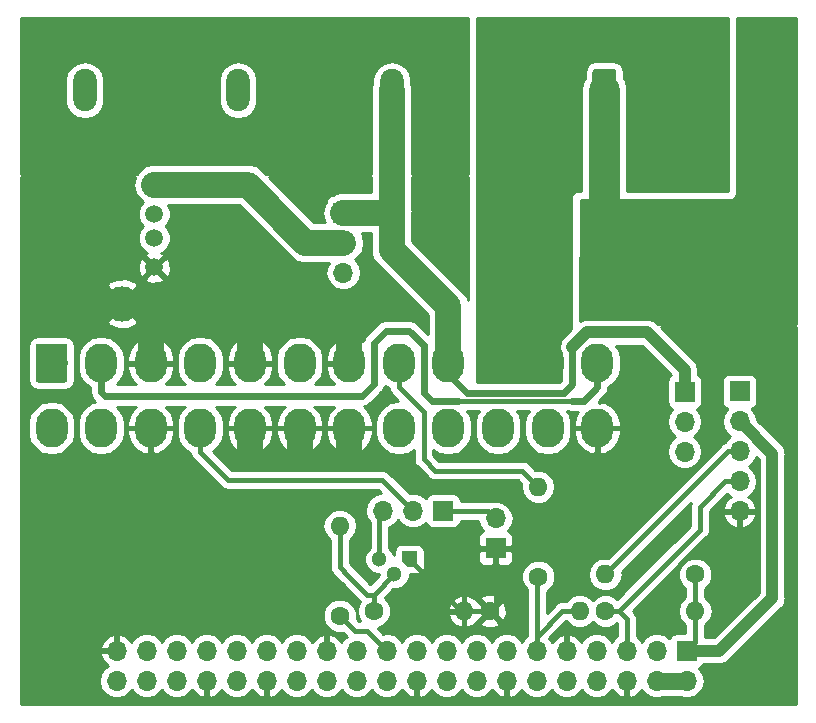
<source format=gbr>
G04 #@! TF.GenerationSoftware,KiCad,Pcbnew,5.0.2-5.fc29*
G04 #@! TF.CreationDate,2019-03-18T09:47:41+01:00*
G04 #@! TF.ProjectId,ATX-breakout,4154582d-6272-4656-916b-6f75742e6b69,rev?*
G04 #@! TF.SameCoordinates,Original*
G04 #@! TF.FileFunction,Copper,L2,Bot*
G04 #@! TF.FilePolarity,Positive*
%FSLAX46Y46*%
G04 Gerber Fmt 4.6, Leading zero omitted, Abs format (unit mm)*
G04 Created by KiCad (PCBNEW 5.0.2-5.fc29) date 2019-03-18T09:47:41 CET*
%MOMM*%
%LPD*%
G01*
G04 APERTURE LIST*
G04 #@! TA.AperFunction,ComponentPad*
%ADD10O,1.600000X1.600000*%
G04 #@! TD*
G04 #@! TA.AperFunction,ComponentPad*
%ADD11C,1.600000*%
G04 #@! TD*
G04 #@! TA.AperFunction,ComponentPad*
%ADD12C,3.000000*%
G04 #@! TD*
G04 #@! TA.AperFunction,ComponentPad*
%ADD13R,1.500000X1.500000*%
G04 #@! TD*
G04 #@! TA.AperFunction,ComponentPad*
%ADD14C,1.500000*%
G04 #@! TD*
G04 #@! TA.AperFunction,Conductor*
%ADD15C,0.100000*%
G04 #@! TD*
G04 #@! TA.AperFunction,ComponentPad*
%ADD16C,2.700000*%
G04 #@! TD*
G04 #@! TA.AperFunction,ComponentPad*
%ADD17O,2.700000X3.300000*%
G04 #@! TD*
G04 #@! TA.AperFunction,ComponentPad*
%ADD18R,1.700000X1.700000*%
G04 #@! TD*
G04 #@! TA.AperFunction,ComponentPad*
%ADD19O,1.700000X1.700000*%
G04 #@! TD*
G04 #@! TA.AperFunction,ComponentPad*
%ADD20O,3.300000X2.700000*%
G04 #@! TD*
G04 #@! TA.AperFunction,ComponentPad*
%ADD21C,1.300000*%
G04 #@! TD*
G04 #@! TA.AperFunction,ComponentPad*
%ADD22C,0.760000*%
G04 #@! TD*
G04 #@! TA.AperFunction,ComponentPad*
%ADD23O,2.000000X3.600000*%
G04 #@! TD*
G04 #@! TA.AperFunction,ComponentPad*
%ADD24C,2.000000*%
G04 #@! TD*
G04 #@! TA.AperFunction,ComponentPad*
%ADD25O,3.600000X2.000000*%
G04 #@! TD*
G04 #@! TA.AperFunction,Conductor*
%ADD26C,1.400000*%
G04 #@! TD*
G04 #@! TA.AperFunction,Conductor*
%ADD27C,0.400000*%
G04 #@! TD*
G04 #@! TA.AperFunction,Conductor*
%ADD28C,1.000000*%
G04 #@! TD*
G04 #@! TA.AperFunction,Conductor*
%ADD29C,2.600000*%
G04 #@! TD*
G04 #@! TA.AperFunction,Conductor*
%ADD30C,2.200000*%
G04 #@! TD*
G04 #@! TA.AperFunction,Conductor*
%ADD31C,0.600000*%
G04 #@! TD*
G04 #@! TA.AperFunction,Conductor*
%ADD32C,0.254000*%
G04 #@! TD*
G04 APERTURE END LIST*
D10*
G04 #@! TO.P,R4,2*
G04 #@! TO.N,Net-(Q1-Pad2)*
X82700000Y-84180000D03*
D11*
G04 #@! TO.P,R4,1*
G04 #@! TO.N,pson_pi*
X82700000Y-91800000D03*
G04 #@! TD*
D12*
G04 #@! TO.P,J3,5*
G04 #@! TO.N,GND*
X64290000Y-65370000D03*
X64290000Y-52230000D03*
D13*
G04 #@! TO.P,J3,1*
G04 #@! TO.N,Net-(J3-Pad1)*
X67000000Y-55300000D03*
D14*
G04 #@! TO.P,J3,2*
G04 #@! TO.N,Net-(J3-Pad2)*
X67000000Y-57800000D03*
G04 #@! TO.P,J3,3*
X67000000Y-59800000D03*
G04 #@! TO.P,J3,4*
G04 #@! TO.N,GND*
X67000000Y-62300000D03*
G04 #@! TD*
D15*
G04 #@! TO.N,+3V3*
G04 #@! TO.C,J5*
G36*
X59424503Y-68751204D02*
X59448772Y-68754804D01*
X59472570Y-68760765D01*
X59495670Y-68769030D01*
X59517849Y-68779520D01*
X59538892Y-68792133D01*
X59558598Y-68806748D01*
X59576776Y-68823224D01*
X59593252Y-68841402D01*
X59607867Y-68861108D01*
X59620480Y-68882151D01*
X59630970Y-68904330D01*
X59639235Y-68927430D01*
X59645196Y-68951228D01*
X59648796Y-68975497D01*
X59650000Y-69000001D01*
X59650000Y-71799999D01*
X59648796Y-71824503D01*
X59645196Y-71848772D01*
X59639235Y-71872570D01*
X59630970Y-71895670D01*
X59620480Y-71917849D01*
X59607867Y-71938892D01*
X59593252Y-71958598D01*
X59576776Y-71976776D01*
X59558598Y-71993252D01*
X59538892Y-72007867D01*
X59517849Y-72020480D01*
X59495670Y-72030970D01*
X59472570Y-72039235D01*
X59448772Y-72045196D01*
X59424503Y-72048796D01*
X59399999Y-72050000D01*
X57200001Y-72050000D01*
X57175497Y-72048796D01*
X57151228Y-72045196D01*
X57127430Y-72039235D01*
X57104330Y-72030970D01*
X57082151Y-72020480D01*
X57061108Y-72007867D01*
X57041402Y-71993252D01*
X57023224Y-71976776D01*
X57006748Y-71958598D01*
X56992133Y-71938892D01*
X56979520Y-71917849D01*
X56969030Y-71895670D01*
X56960765Y-71872570D01*
X56954804Y-71848772D01*
X56951204Y-71824503D01*
X56950000Y-71799999D01*
X56950000Y-69000001D01*
X56951204Y-68975497D01*
X56954804Y-68951228D01*
X56960765Y-68927430D01*
X56969030Y-68904330D01*
X56979520Y-68882151D01*
X56992133Y-68861108D01*
X57006748Y-68841402D01*
X57023224Y-68823224D01*
X57041402Y-68806748D01*
X57061108Y-68792133D01*
X57082151Y-68779520D01*
X57104330Y-68769030D01*
X57127430Y-68760765D01*
X57151228Y-68754804D01*
X57175497Y-68751204D01*
X57200001Y-68750000D01*
X59399999Y-68750000D01*
X59424503Y-68751204D01*
X59424503Y-68751204D01*
G37*
D16*
G04 #@! TD*
G04 #@! TO.P,J5,1*
G04 #@! TO.N,+3V3*
X58300000Y-70400000D03*
D17*
G04 #@! TO.P,J5,2*
G04 #@! TO.N,+3V3*
X62500000Y-70400000D03*
G04 #@! TO.P,J5,3*
G04 #@! TO.N,GND*
X66700000Y-70400000D03*
G04 #@! TO.P,J5,4*
G04 #@! TO.N,+5V*
X70900000Y-70400000D03*
G04 #@! TO.P,J5,5*
G04 #@! TO.N,GND*
X75100000Y-70400000D03*
G04 #@! TO.P,J5,6*
G04 #@! TO.N,+5V*
X79300000Y-70400000D03*
G04 #@! TO.P,J5,7*
G04 #@! TO.N,GND*
X83500000Y-70400000D03*
G04 #@! TO.P,J5,8*
G04 #@! TO.N,P_GOOD*
X87700000Y-70400000D03*
G04 #@! TO.P,J5,9*
G04 #@! TO.N,+5VP*
X91900000Y-70400000D03*
G04 #@! TO.P,J5,10*
G04 #@! TO.N,+12V*
X96100000Y-70400000D03*
G04 #@! TO.P,J5,11*
X100300000Y-70400000D03*
G04 #@! TO.P,J5,12*
G04 #@! TO.N,+3V3*
X104500000Y-70400000D03*
G04 #@! TO.P,J5,13*
X58300000Y-75900000D03*
G04 #@! TO.P,J5,14*
X62500000Y-75900000D03*
G04 #@! TO.P,J5,15*
G04 #@! TO.N,GND*
X66700000Y-75900000D03*
G04 #@! TO.P,J5,16*
G04 #@! TO.N,~PS_ON*
X70900000Y-75900000D03*
G04 #@! TO.P,J5,17*
G04 #@! TO.N,GND*
X75100000Y-75900000D03*
G04 #@! TO.P,J5,18*
X79300000Y-75900000D03*
G04 #@! TO.P,J5,19*
X83500000Y-75900000D03*
G04 #@! TO.P,J5,20*
G04 #@! TO.N,Net-(J5-Pad20)*
X87700000Y-75900000D03*
G04 #@! TO.P,J5,21*
G04 #@! TO.N,+5V*
X91900000Y-75900000D03*
G04 #@! TO.P,J5,22*
X96100000Y-75900000D03*
G04 #@! TO.P,J5,23*
X100300000Y-75900000D03*
G04 #@! TO.P,J5,24*
G04 #@! TO.N,GND*
X104500000Y-75900000D03*
G04 #@! TD*
D18*
G04 #@! TO.P,J1,1*
G04 #@! TO.N,/5v_rpi*
X116550000Y-72800000D03*
D19*
G04 #@! TO.P,J1,2*
G04 #@! TO.N,/3v3_rpi*
X116550000Y-75340000D03*
G04 #@! TO.P,J1,3*
G04 #@! TO.N,/SDA*
X116550000Y-77880000D03*
G04 #@! TO.P,J1,4*
G04 #@! TO.N,/SCL*
X116550000Y-80420000D03*
G04 #@! TO.P,J1,5*
G04 #@! TO.N,GND*
X116550000Y-82960000D03*
G04 #@! TD*
D15*
G04 #@! TO.N,GND*
G04 #@! TO.C,J2*
G36*
X106374503Y-58801204D02*
X106398772Y-58804804D01*
X106422570Y-58810765D01*
X106445670Y-58819030D01*
X106467849Y-58829520D01*
X106488892Y-58842133D01*
X106508598Y-58856748D01*
X106526776Y-58873224D01*
X106543252Y-58891402D01*
X106557867Y-58911108D01*
X106570480Y-58932151D01*
X106580970Y-58954330D01*
X106589235Y-58977430D01*
X106595196Y-59001228D01*
X106598796Y-59025497D01*
X106600000Y-59050001D01*
X106600000Y-61249999D01*
X106598796Y-61274503D01*
X106595196Y-61298772D01*
X106589235Y-61322570D01*
X106580970Y-61345670D01*
X106570480Y-61367849D01*
X106557867Y-61388892D01*
X106543252Y-61408598D01*
X106526776Y-61426776D01*
X106508598Y-61443252D01*
X106488892Y-61457867D01*
X106467849Y-61470480D01*
X106445670Y-61480970D01*
X106422570Y-61489235D01*
X106398772Y-61495196D01*
X106374503Y-61498796D01*
X106349999Y-61500000D01*
X103550001Y-61500000D01*
X103525497Y-61498796D01*
X103501228Y-61495196D01*
X103477430Y-61489235D01*
X103454330Y-61480970D01*
X103432151Y-61470480D01*
X103411108Y-61457867D01*
X103391402Y-61443252D01*
X103373224Y-61426776D01*
X103356748Y-61408598D01*
X103342133Y-61388892D01*
X103329520Y-61367849D01*
X103319030Y-61345670D01*
X103310765Y-61322570D01*
X103304804Y-61298772D01*
X103301204Y-61274503D01*
X103300000Y-61249999D01*
X103300000Y-59050001D01*
X103301204Y-59025497D01*
X103304804Y-59001228D01*
X103310765Y-58977430D01*
X103319030Y-58954330D01*
X103329520Y-58932151D01*
X103342133Y-58911108D01*
X103356748Y-58891402D01*
X103373224Y-58873224D01*
X103391402Y-58856748D01*
X103411108Y-58842133D01*
X103432151Y-58829520D01*
X103454330Y-58819030D01*
X103477430Y-58810765D01*
X103501228Y-58804804D01*
X103525497Y-58801204D01*
X103550001Y-58800000D01*
X106349999Y-58800000D01*
X106374503Y-58801204D01*
X106374503Y-58801204D01*
G37*
D16*
G04 #@! TD*
G04 #@! TO.P,J2,1*
G04 #@! TO.N,GND*
X104950000Y-60150000D03*
D20*
G04 #@! TO.P,J2,2*
G04 #@! TO.N,GND*
X104950000Y-64350000D03*
G04 #@! TO.P,J2,3*
G04 #@! TO.N,+12V*
X99450000Y-60150000D03*
G04 #@! TO.P,J2,4*
X99450000Y-64350000D03*
G04 #@! TD*
D18*
G04 #@! TO.P,J4,1*
G04 #@! TO.N,/3v3_rpi*
X112074999Y-94765001D03*
D19*
G04 #@! TO.P,J4,2*
G04 #@! TO.N,/5v_rpi*
X112074999Y-97305001D03*
G04 #@! TO.P,J4,3*
G04 #@! TO.N,/SDA*
X109534999Y-94765001D03*
G04 #@! TO.P,J4,4*
G04 #@! TO.N,/5v_rpi*
X109534999Y-97305001D03*
G04 #@! TO.P,J4,5*
G04 #@! TO.N,/SCL*
X106994999Y-94765001D03*
G04 #@! TO.P,J4,6*
G04 #@! TO.N,GND*
X106994999Y-97305001D03*
G04 #@! TO.P,J4,7*
G04 #@! TO.N,Net-(J4-Pad7)*
X104454999Y-94765001D03*
G04 #@! TO.P,J4,8*
G04 #@! TO.N,Net-(J4-Pad8)*
X104454999Y-97305001D03*
G04 #@! TO.P,J4,9*
G04 #@! TO.N,GND*
X101914999Y-94765001D03*
G04 #@! TO.P,J4,10*
G04 #@! TO.N,Net-(J4-Pad10)*
X101914999Y-97305001D03*
G04 #@! TO.P,J4,11*
G04 #@! TO.N,Net-(J4-Pad11)*
X99374999Y-94765001D03*
G04 #@! TO.P,J4,12*
G04 #@! TO.N,Net-(J4-Pad12)*
X99374999Y-97305001D03*
G04 #@! TO.P,J4,13*
G04 #@! TO.N,Net-(J4-Pad13)*
X96834999Y-94765001D03*
G04 #@! TO.P,J4,14*
G04 #@! TO.N,GND*
X96834999Y-97305001D03*
G04 #@! TO.P,J4,15*
G04 #@! TO.N,Net-(J4-Pad15)*
X94294999Y-94765001D03*
G04 #@! TO.P,J4,16*
G04 #@! TO.N,Net-(J4-Pad16)*
X94294999Y-97305001D03*
G04 #@! TO.P,J4,17*
G04 #@! TO.N,/3v3_rpi*
X91754999Y-94765001D03*
G04 #@! TO.P,J4,18*
G04 #@! TO.N,Net-(J4-Pad18)*
X91754999Y-97305001D03*
G04 #@! TO.P,J4,19*
G04 #@! TO.N,Net-(J4-Pad19)*
X89214999Y-94765001D03*
G04 #@! TO.P,J4,20*
G04 #@! TO.N,GND*
X89214999Y-97305001D03*
G04 #@! TO.P,J4,21*
G04 #@! TO.N,pson_pi*
X86674999Y-94765001D03*
G04 #@! TO.P,J4,22*
G04 #@! TO.N,Net-(J4-Pad22)*
X86674999Y-97305001D03*
G04 #@! TO.P,J4,23*
G04 #@! TO.N,Net-(J4-Pad23)*
X84134999Y-94765001D03*
G04 #@! TO.P,J4,24*
G04 #@! TO.N,Net-(J4-Pad24)*
X84134999Y-97305001D03*
G04 #@! TO.P,J4,25*
G04 #@! TO.N,GND*
X81594999Y-94765001D03*
G04 #@! TO.P,J4,26*
G04 #@! TO.N,Net-(J4-Pad26)*
X81594999Y-97305001D03*
G04 #@! TO.P,J4,27*
G04 #@! TO.N,Net-(J4-Pad27)*
X79054999Y-94765001D03*
G04 #@! TO.P,J4,28*
G04 #@! TO.N,Net-(J4-Pad28)*
X79054999Y-97305001D03*
G04 #@! TO.P,J4,29*
G04 #@! TO.N,Net-(J4-Pad29)*
X76514999Y-94765001D03*
G04 #@! TO.P,J4,30*
G04 #@! TO.N,GND*
X76514999Y-97305001D03*
G04 #@! TO.P,J4,31*
G04 #@! TO.N,Net-(J4-Pad31)*
X73974999Y-94765001D03*
G04 #@! TO.P,J4,32*
G04 #@! TO.N,Net-(J4-Pad32)*
X73974999Y-97305001D03*
G04 #@! TO.P,J4,33*
G04 #@! TO.N,Net-(J4-Pad33)*
X71434999Y-94765001D03*
G04 #@! TO.P,J4,34*
G04 #@! TO.N,GND*
X71434999Y-97305001D03*
G04 #@! TO.P,J4,35*
G04 #@! TO.N,Net-(J4-Pad35)*
X68894999Y-94765001D03*
G04 #@! TO.P,J4,36*
G04 #@! TO.N,Net-(J4-Pad36)*
X68894999Y-97305001D03*
G04 #@! TO.P,J4,37*
G04 #@! TO.N,Net-(J4-Pad37)*
X66354999Y-94765001D03*
G04 #@! TO.P,J4,38*
G04 #@! TO.N,Net-(J4-Pad38)*
X66354999Y-97305001D03*
G04 #@! TO.P,J4,39*
G04 #@! TO.N,GND*
X63814999Y-94765001D03*
G04 #@! TO.P,J4,40*
G04 #@! TO.N,Net-(J4-Pad40)*
X63814999Y-97305001D03*
G04 #@! TD*
D18*
G04 #@! TO.P,J7,1*
G04 #@! TO.N,GND*
X95900000Y-86100000D03*
D19*
G04 #@! TO.P,J7,2*
G04 #@! TO.N,~ps_on_ext*
X95900000Y-83560000D03*
G04 #@! TD*
G04 #@! TO.P,JP1,3*
G04 #@! TO.N,+5V*
X111900000Y-77890000D03*
G04 #@! TO.P,JP1,2*
G04 #@! TO.N,/5v_rpi*
X111900000Y-75350000D03*
D18*
G04 #@! TO.P,JP1,1*
G04 #@! TO.N,+5VP*
X111900000Y-72810000D03*
G04 #@! TD*
D19*
G04 #@! TO.P,JP2,3*
G04 #@! TO.N,+5V*
X83000000Y-62740000D03*
G04 #@! TO.P,JP2,2*
G04 #@! TO.N,Net-(J3-Pad1)*
X83000000Y-60200000D03*
D18*
G04 #@! TO.P,JP2,1*
G04 #@! TO.N,+5VP*
X83000000Y-57660000D03*
G04 #@! TD*
D19*
G04 #@! TO.P,JP3,3*
G04 #@! TO.N,Net-(JP3-Pad3)*
X86360000Y-82900000D03*
G04 #@! TO.P,JP3,2*
G04 #@! TO.N,~PS_ON*
X88900000Y-82900000D03*
D18*
G04 #@! TO.P,JP3,1*
G04 #@! TO.N,~ps_on_ext*
X91440000Y-82900000D03*
G04 #@! TD*
D21*
G04 #@! TO.P,Q1,2*
G04 #@! TO.N,Net-(Q1-Pad2)*
X87330000Y-88270000D03*
G04 #@! TO.P,Q1,3*
G04 #@! TO.N,Net-(JP3-Pad3)*
X86060000Y-87000000D03*
D22*
G04 #@! TO.P,Q1,1*
G04 #@! TO.N,GND*
X88600000Y-87000000D03*
D15*
G04 #@! TD*
G04 #@! TO.N,GND*
G04 #@! TO.C,Q1*
G36*
X88400000Y-87650000D02*
X87950000Y-87200000D01*
X87950000Y-86350000D01*
X89250000Y-86350000D01*
X89250000Y-87650000D01*
X88400000Y-87650000D01*
X88400000Y-87650000D01*
G37*
D23*
G04 #@! TO.P,J6,2*
G04 #@! TO.N,+12V*
X100100000Y-47300000D03*
D15*
G04 #@! TD*
G04 #@! TO.N,GND*
G04 #@! TO.C,J6*
G36*
X105874504Y-45501204D02*
X105898773Y-45504804D01*
X105922571Y-45510765D01*
X105945671Y-45519030D01*
X105967849Y-45529520D01*
X105988893Y-45542133D01*
X106008598Y-45556747D01*
X106026777Y-45573223D01*
X106043253Y-45591402D01*
X106057867Y-45611107D01*
X106070480Y-45632151D01*
X106080970Y-45654329D01*
X106089235Y-45677429D01*
X106095196Y-45701227D01*
X106098796Y-45725496D01*
X106100000Y-45750000D01*
X106100000Y-48850000D01*
X106098796Y-48874504D01*
X106095196Y-48898773D01*
X106089235Y-48922571D01*
X106080970Y-48945671D01*
X106070480Y-48967849D01*
X106057867Y-48988893D01*
X106043253Y-49008598D01*
X106026777Y-49026777D01*
X106008598Y-49043253D01*
X105988893Y-49057867D01*
X105967849Y-49070480D01*
X105945671Y-49080970D01*
X105922571Y-49089235D01*
X105898773Y-49095196D01*
X105874504Y-49098796D01*
X105850000Y-49100000D01*
X104350000Y-49100000D01*
X104325496Y-49098796D01*
X104301227Y-49095196D01*
X104277429Y-49089235D01*
X104254329Y-49080970D01*
X104232151Y-49070480D01*
X104211107Y-49057867D01*
X104191402Y-49043253D01*
X104173223Y-49026777D01*
X104156747Y-49008598D01*
X104142133Y-48988893D01*
X104129520Y-48967849D01*
X104119030Y-48945671D01*
X104110765Y-48922571D01*
X104104804Y-48898773D01*
X104101204Y-48874504D01*
X104100000Y-48850000D01*
X104100000Y-45750000D01*
X104101204Y-45725496D01*
X104104804Y-45701227D01*
X104110765Y-45677429D01*
X104119030Y-45654329D01*
X104129520Y-45632151D01*
X104142133Y-45611107D01*
X104156747Y-45591402D01*
X104173223Y-45573223D01*
X104191402Y-45556747D01*
X104211107Y-45542133D01*
X104232151Y-45529520D01*
X104254329Y-45519030D01*
X104277429Y-45510765D01*
X104301227Y-45504804D01*
X104325496Y-45501204D01*
X104350000Y-45500000D01*
X105850000Y-45500000D01*
X105874504Y-45501204D01*
X105874504Y-45501204D01*
G37*
D24*
G04 #@! TO.P,J6,1*
G04 #@! TO.N,GND*
X105100000Y-47300000D03*
G04 #@! TD*
D15*
G04 #@! TO.N,GND*
G04 #@! TO.C,J8*
G36*
X79874504Y-45501204D02*
X79898773Y-45504804D01*
X79922571Y-45510765D01*
X79945671Y-45519030D01*
X79967849Y-45529520D01*
X79988893Y-45542133D01*
X80008598Y-45556747D01*
X80026777Y-45573223D01*
X80043253Y-45591402D01*
X80057867Y-45611107D01*
X80070480Y-45632151D01*
X80080970Y-45654329D01*
X80089235Y-45677429D01*
X80095196Y-45701227D01*
X80098796Y-45725496D01*
X80100000Y-45750000D01*
X80100000Y-48850000D01*
X80098796Y-48874504D01*
X80095196Y-48898773D01*
X80089235Y-48922571D01*
X80080970Y-48945671D01*
X80070480Y-48967849D01*
X80057867Y-48988893D01*
X80043253Y-49008598D01*
X80026777Y-49026777D01*
X80008598Y-49043253D01*
X79988893Y-49057867D01*
X79967849Y-49070480D01*
X79945671Y-49080970D01*
X79922571Y-49089235D01*
X79898773Y-49095196D01*
X79874504Y-49098796D01*
X79850000Y-49100000D01*
X78350000Y-49100000D01*
X78325496Y-49098796D01*
X78301227Y-49095196D01*
X78277429Y-49089235D01*
X78254329Y-49080970D01*
X78232151Y-49070480D01*
X78211107Y-49057867D01*
X78191402Y-49043253D01*
X78173223Y-49026777D01*
X78156747Y-49008598D01*
X78142133Y-48988893D01*
X78129520Y-48967849D01*
X78119030Y-48945671D01*
X78110765Y-48922571D01*
X78104804Y-48898773D01*
X78101204Y-48874504D01*
X78100000Y-48850000D01*
X78100000Y-45750000D01*
X78101204Y-45725496D01*
X78104804Y-45701227D01*
X78110765Y-45677429D01*
X78119030Y-45654329D01*
X78129520Y-45632151D01*
X78142133Y-45611107D01*
X78156747Y-45591402D01*
X78173223Y-45573223D01*
X78191402Y-45556747D01*
X78211107Y-45542133D01*
X78232151Y-45529520D01*
X78254329Y-45519030D01*
X78277429Y-45510765D01*
X78301227Y-45504804D01*
X78325496Y-45501204D01*
X78350000Y-45500000D01*
X79850000Y-45500000D01*
X79874504Y-45501204D01*
X79874504Y-45501204D01*
G37*
D24*
G04 #@! TD*
G04 #@! TO.P,J8,1*
G04 #@! TO.N,GND*
X79100000Y-47300000D03*
D23*
G04 #@! TO.P,J8,2*
G04 #@! TO.N,+5V*
X74100000Y-47300000D03*
G04 #@! TD*
G04 #@! TO.P,J9,2*
G04 #@! TO.N,+5VP*
X87100000Y-47300000D03*
D15*
G04 #@! TD*
G04 #@! TO.N,GND*
G04 #@! TO.C,J9*
G36*
X92874504Y-45501204D02*
X92898773Y-45504804D01*
X92922571Y-45510765D01*
X92945671Y-45519030D01*
X92967849Y-45529520D01*
X92988893Y-45542133D01*
X93008598Y-45556747D01*
X93026777Y-45573223D01*
X93043253Y-45591402D01*
X93057867Y-45611107D01*
X93070480Y-45632151D01*
X93080970Y-45654329D01*
X93089235Y-45677429D01*
X93095196Y-45701227D01*
X93098796Y-45725496D01*
X93100000Y-45750000D01*
X93100000Y-48850000D01*
X93098796Y-48874504D01*
X93095196Y-48898773D01*
X93089235Y-48922571D01*
X93080970Y-48945671D01*
X93070480Y-48967849D01*
X93057867Y-48988893D01*
X93043253Y-49008598D01*
X93026777Y-49026777D01*
X93008598Y-49043253D01*
X92988893Y-49057867D01*
X92967849Y-49070480D01*
X92945671Y-49080970D01*
X92922571Y-49089235D01*
X92898773Y-49095196D01*
X92874504Y-49098796D01*
X92850000Y-49100000D01*
X91350000Y-49100000D01*
X91325496Y-49098796D01*
X91301227Y-49095196D01*
X91277429Y-49089235D01*
X91254329Y-49080970D01*
X91232151Y-49070480D01*
X91211107Y-49057867D01*
X91191402Y-49043253D01*
X91173223Y-49026777D01*
X91156747Y-49008598D01*
X91142133Y-48988893D01*
X91129520Y-48967849D01*
X91119030Y-48945671D01*
X91110765Y-48922571D01*
X91104804Y-48898773D01*
X91101204Y-48874504D01*
X91100000Y-48850000D01*
X91100000Y-45750000D01*
X91101204Y-45725496D01*
X91104804Y-45701227D01*
X91110765Y-45677429D01*
X91119030Y-45654329D01*
X91129520Y-45632151D01*
X91142133Y-45611107D01*
X91156747Y-45591402D01*
X91173223Y-45573223D01*
X91191402Y-45556747D01*
X91211107Y-45542133D01*
X91232151Y-45529520D01*
X91254329Y-45519030D01*
X91277429Y-45510765D01*
X91301227Y-45504804D01*
X91325496Y-45501204D01*
X91350000Y-45500000D01*
X92850000Y-45500000D01*
X92874504Y-45501204D01*
X92874504Y-45501204D01*
G37*
D24*
G04 #@! TO.P,J9,1*
G04 #@! TO.N,GND*
X92100000Y-47300000D03*
G04 #@! TD*
D15*
G04 #@! TO.N,GND*
G04 #@! TO.C,J10*
G36*
X66874504Y-45501204D02*
X66898773Y-45504804D01*
X66922571Y-45510765D01*
X66945671Y-45519030D01*
X66967849Y-45529520D01*
X66988893Y-45542133D01*
X67008598Y-45556747D01*
X67026777Y-45573223D01*
X67043253Y-45591402D01*
X67057867Y-45611107D01*
X67070480Y-45632151D01*
X67080970Y-45654329D01*
X67089235Y-45677429D01*
X67095196Y-45701227D01*
X67098796Y-45725496D01*
X67100000Y-45750000D01*
X67100000Y-48850000D01*
X67098796Y-48874504D01*
X67095196Y-48898773D01*
X67089235Y-48922571D01*
X67080970Y-48945671D01*
X67070480Y-48967849D01*
X67057867Y-48988893D01*
X67043253Y-49008598D01*
X67026777Y-49026777D01*
X67008598Y-49043253D01*
X66988893Y-49057867D01*
X66967849Y-49070480D01*
X66945671Y-49080970D01*
X66922571Y-49089235D01*
X66898773Y-49095196D01*
X66874504Y-49098796D01*
X66850000Y-49100000D01*
X65350000Y-49100000D01*
X65325496Y-49098796D01*
X65301227Y-49095196D01*
X65277429Y-49089235D01*
X65254329Y-49080970D01*
X65232151Y-49070480D01*
X65211107Y-49057867D01*
X65191402Y-49043253D01*
X65173223Y-49026777D01*
X65156747Y-49008598D01*
X65142133Y-48988893D01*
X65129520Y-48967849D01*
X65119030Y-48945671D01*
X65110765Y-48922571D01*
X65104804Y-48898773D01*
X65101204Y-48874504D01*
X65100000Y-48850000D01*
X65100000Y-45750000D01*
X65101204Y-45725496D01*
X65104804Y-45701227D01*
X65110765Y-45677429D01*
X65119030Y-45654329D01*
X65129520Y-45632151D01*
X65142133Y-45611107D01*
X65156747Y-45591402D01*
X65173223Y-45573223D01*
X65191402Y-45556747D01*
X65211107Y-45542133D01*
X65232151Y-45529520D01*
X65254329Y-45519030D01*
X65277429Y-45510765D01*
X65301227Y-45504804D01*
X65325496Y-45501204D01*
X65350000Y-45500000D01*
X66850000Y-45500000D01*
X66874504Y-45501204D01*
X66874504Y-45501204D01*
G37*
D24*
G04 #@! TD*
G04 #@! TO.P,J10,1*
G04 #@! TO.N,GND*
X66100000Y-47300000D03*
D23*
G04 #@! TO.P,J10,2*
G04 #@! TO.N,+3V3*
X61100000Y-47300000D03*
G04 #@! TD*
D15*
G04 #@! TO.N,GND*
G04 #@! TO.C,J11*
G36*
X118874504Y-45501204D02*
X118898773Y-45504804D01*
X118922571Y-45510765D01*
X118945671Y-45519030D01*
X118967849Y-45529520D01*
X118988893Y-45542133D01*
X119008598Y-45556747D01*
X119026777Y-45573223D01*
X119043253Y-45591402D01*
X119057867Y-45611107D01*
X119070480Y-45632151D01*
X119080970Y-45654329D01*
X119089235Y-45677429D01*
X119095196Y-45701227D01*
X119098796Y-45725496D01*
X119100000Y-45750000D01*
X119100000Y-48850000D01*
X119098796Y-48874504D01*
X119095196Y-48898773D01*
X119089235Y-48922571D01*
X119080970Y-48945671D01*
X119070480Y-48967849D01*
X119057867Y-48988893D01*
X119043253Y-49008598D01*
X119026777Y-49026777D01*
X119008598Y-49043253D01*
X118988893Y-49057867D01*
X118967849Y-49070480D01*
X118945671Y-49080970D01*
X118922571Y-49089235D01*
X118898773Y-49095196D01*
X118874504Y-49098796D01*
X118850000Y-49100000D01*
X117350000Y-49100000D01*
X117325496Y-49098796D01*
X117301227Y-49095196D01*
X117277429Y-49089235D01*
X117254329Y-49080970D01*
X117232151Y-49070480D01*
X117211107Y-49057867D01*
X117191402Y-49043253D01*
X117173223Y-49026777D01*
X117156747Y-49008598D01*
X117142133Y-48988893D01*
X117129520Y-48967849D01*
X117119030Y-48945671D01*
X117110765Y-48922571D01*
X117104804Y-48898773D01*
X117101204Y-48874504D01*
X117100000Y-48850000D01*
X117100000Y-45750000D01*
X117101204Y-45725496D01*
X117104804Y-45701227D01*
X117110765Y-45677429D01*
X117119030Y-45654329D01*
X117129520Y-45632151D01*
X117142133Y-45611107D01*
X117156747Y-45591402D01*
X117173223Y-45573223D01*
X117191402Y-45556747D01*
X117211107Y-45542133D01*
X117232151Y-45529520D01*
X117254329Y-45519030D01*
X117277429Y-45510765D01*
X117301227Y-45504804D01*
X117325496Y-45501204D01*
X117350000Y-45500000D01*
X118850000Y-45500000D01*
X118874504Y-45501204D01*
X118874504Y-45501204D01*
G37*
D24*
G04 #@! TD*
G04 #@! TO.P,J11,1*
G04 #@! TO.N,GND*
X118100000Y-47300000D03*
D23*
G04 #@! TO.P,J11,2*
G04 #@! TO.N,+12V*
X113100000Y-47300000D03*
G04 #@! TD*
D11*
G04 #@! TO.P,R1,1*
G04 #@! TO.N,Net-(J4-Pad11)*
X99500000Y-88500000D03*
D10*
G04 #@! TO.P,R1,2*
G04 #@! TO.N,P_GOOD*
X99500000Y-80880000D03*
G04 #@! TD*
G04 #@! TO.P,R2,2*
G04 #@! TO.N,Net-(J4-Pad11)*
X103020000Y-91400000D03*
D11*
G04 #@! TO.P,R2,1*
G04 #@! TO.N,GND*
X95400000Y-91400000D03*
G04 #@! TD*
G04 #@! TO.P,R3,1*
G04 #@! TO.N,Net-(Q1-Pad2)*
X85600000Y-91400000D03*
D10*
G04 #@! TO.P,R3,2*
G04 #@! TO.N,GND*
X93220000Y-91400000D03*
G04 #@! TD*
D11*
G04 #@! TO.P,R5,1*
G04 #@! TO.N,/SCL*
X105180000Y-91400000D03*
D10*
G04 #@! TO.P,R5,2*
G04 #@! TO.N,/3v3_rpi*
X112800000Y-91400000D03*
G04 #@! TD*
G04 #@! TO.P,R6,2*
G04 #@! TO.N,/SDA*
X105180000Y-88300000D03*
D11*
G04 #@! TO.P,R6,1*
G04 #@! TO.N,/3v3_rpi*
X112800000Y-88300000D03*
G04 #@! TD*
D15*
G04 #@! TO.N,GND*
G04 #@! TO.C,J12*
G36*
X114604504Y-58691204D02*
X114628773Y-58694804D01*
X114652571Y-58700765D01*
X114675671Y-58709030D01*
X114697849Y-58719520D01*
X114718893Y-58732133D01*
X114738598Y-58746747D01*
X114756777Y-58763223D01*
X114773253Y-58781402D01*
X114787867Y-58801107D01*
X114800480Y-58822151D01*
X114810970Y-58844329D01*
X114819235Y-58867429D01*
X114825196Y-58891227D01*
X114828796Y-58915496D01*
X114830000Y-58940000D01*
X114830000Y-60440000D01*
X114828796Y-60464504D01*
X114825196Y-60488773D01*
X114819235Y-60512571D01*
X114810970Y-60535671D01*
X114800480Y-60557849D01*
X114787867Y-60578893D01*
X114773253Y-60598598D01*
X114756777Y-60616777D01*
X114738598Y-60633253D01*
X114718893Y-60647867D01*
X114697849Y-60660480D01*
X114675671Y-60670970D01*
X114652571Y-60679235D01*
X114628773Y-60685196D01*
X114604504Y-60688796D01*
X114580000Y-60690000D01*
X111480000Y-60690000D01*
X111455496Y-60688796D01*
X111431227Y-60685196D01*
X111407429Y-60679235D01*
X111384329Y-60670970D01*
X111362151Y-60660480D01*
X111341107Y-60647867D01*
X111321402Y-60633253D01*
X111303223Y-60616777D01*
X111286747Y-60598598D01*
X111272133Y-60578893D01*
X111259520Y-60557849D01*
X111249030Y-60535671D01*
X111240765Y-60512571D01*
X111234804Y-60488773D01*
X111231204Y-60464504D01*
X111230000Y-60440000D01*
X111230000Y-58940000D01*
X111231204Y-58915496D01*
X111234804Y-58891227D01*
X111240765Y-58867429D01*
X111249030Y-58844329D01*
X111259520Y-58822151D01*
X111272133Y-58801107D01*
X111286747Y-58781402D01*
X111303223Y-58763223D01*
X111321402Y-58746747D01*
X111341107Y-58732133D01*
X111362151Y-58719520D01*
X111384329Y-58709030D01*
X111407429Y-58700765D01*
X111431227Y-58694804D01*
X111455496Y-58691204D01*
X111480000Y-58690000D01*
X114580000Y-58690000D01*
X114604504Y-58691204D01*
X114604504Y-58691204D01*
G37*
D24*
G04 #@! TD*
G04 #@! TO.P,J12,1*
G04 #@! TO.N,GND*
X113030000Y-59690000D03*
D25*
G04 #@! TO.P,J12,2*
G04 #@! TO.N,+12V*
X113030000Y-54690000D03*
G04 #@! TD*
D26*
G04 #@! TO.N,/5v_rpi*
X109534999Y-97305001D02*
X112074999Y-97305001D01*
D27*
G04 #@! TO.N,/3v3_rpi*
X112800000Y-91400000D02*
X112800000Y-88300000D01*
X112800000Y-94040000D02*
X112074999Y-94765001D01*
X112800000Y-91400000D02*
X112800000Y-94040000D01*
D28*
X114834999Y-94765001D02*
X112074999Y-94765001D01*
X119300000Y-90300000D02*
X114834999Y-94765001D01*
X116550000Y-75340000D02*
X119300000Y-78090000D01*
X119300000Y-78090000D02*
X119300000Y-90300000D01*
D29*
G04 #@! TO.N,GND*
X105100000Y-60000000D02*
X104950000Y-60150000D01*
X105100000Y-51000000D02*
X105100000Y-60000000D01*
X105100000Y-51000000D02*
X105100000Y-47300000D01*
D30*
X64290000Y-65370000D02*
X68370000Y-65370000D01*
X62168680Y-65370000D02*
X60600000Y-63801320D01*
X64290000Y-65370000D02*
X62168680Y-65370000D01*
D27*
X93220000Y-91400000D02*
X95400000Y-91400000D01*
X95900000Y-90900000D02*
X95400000Y-91400000D01*
X95900000Y-86100000D02*
X95900000Y-90900000D01*
X95900000Y-86100000D02*
X99340000Y-86100000D01*
D30*
X75100000Y-70400000D02*
X75100000Y-67200000D01*
X66700000Y-70400000D02*
X66700000Y-67800000D01*
X83500000Y-70400000D02*
X83500000Y-66900000D01*
X83500000Y-75900000D02*
X83500000Y-78200000D01*
X79300000Y-75900000D02*
X79300000Y-78200000D01*
X75100000Y-75900000D02*
X75100000Y-78200000D01*
D27*
X93000000Y-91400000D02*
X93220000Y-91400000D01*
X88600000Y-87000000D02*
X93000000Y-91400000D01*
D29*
G04 #@! TO.N,+12V*
X99450000Y-60150000D02*
X99450000Y-55550000D01*
X100100000Y-55400000D02*
X100100000Y-51000000D01*
X99950000Y-55550000D02*
X100100000Y-55400000D01*
X99450000Y-55550000D02*
X99950000Y-55550000D01*
D27*
G04 #@! TO.N,Net-(J4-Pad11)*
X101888630Y-91400000D02*
X103020000Y-91400000D01*
X101537919Y-91400000D02*
X101888630Y-91400000D01*
X99374999Y-93562920D02*
X101537919Y-91400000D01*
X99374999Y-94765001D02*
X99374999Y-93562920D01*
X99374999Y-88625001D02*
X99500000Y-88500000D01*
X99374999Y-94765001D02*
X99374999Y-88625001D01*
G04 #@! TO.N,pson_pi*
X86674999Y-94765001D02*
X85009998Y-93100000D01*
X84000000Y-93100000D02*
X82700000Y-91800000D01*
X85009998Y-93100000D02*
X84000000Y-93100000D01*
D31*
G04 #@! TO.N,+3V3*
X89800000Y-72400000D02*
X89800000Y-68900000D01*
D27*
X89800000Y-72400000D02*
X89800000Y-71600000D01*
D31*
X89800000Y-68900000D02*
X88600000Y-67700000D01*
X88600000Y-67700000D02*
X86600000Y-67700000D01*
X86600000Y-67700000D02*
X85600000Y-68700000D01*
X85600000Y-68700000D02*
X85600000Y-72150000D01*
X85600000Y-72150000D02*
X84600000Y-73150000D01*
X84600000Y-73150000D02*
X62800000Y-73150000D01*
X62800000Y-73150000D02*
X62500000Y-72850000D01*
X62500000Y-70400000D02*
X62500000Y-72850000D01*
X89800000Y-72900000D02*
X90500000Y-73600000D01*
X89800000Y-72400000D02*
X89800000Y-72900000D01*
X90500000Y-73600000D02*
X92700000Y-73600000D01*
X103350000Y-73600000D02*
X104500000Y-72450000D01*
X102400000Y-73600000D02*
X103350000Y-73600000D01*
D27*
X102400000Y-73600000D02*
X92700000Y-73600000D01*
D31*
X104500000Y-72450000D02*
X104500000Y-70400000D01*
D27*
G04 #@! TO.N,~PS_ON*
X70900000Y-77950000D02*
X73250000Y-80300000D01*
X70900000Y-75900000D02*
X70900000Y-77950000D01*
X86300000Y-80300000D02*
X88900000Y-82900000D01*
X73250000Y-80300000D02*
X86300000Y-80300000D01*
G04 #@! TO.N,P_GOOD*
X98120000Y-79500000D02*
X99500000Y-80880000D01*
X90800000Y-79500000D02*
X98120000Y-79500000D01*
X89800000Y-78500000D02*
X90800000Y-79500000D01*
X89800000Y-74550000D02*
X89800000Y-78500000D01*
X87700000Y-70400000D02*
X87700000Y-72450000D01*
X87700000Y-72450000D02*
X89800000Y-74550000D01*
D30*
G04 #@! TO.N,+5VP*
X91900000Y-65600000D02*
X91900000Y-70400000D01*
X87100000Y-60800000D02*
X91900000Y-65600000D01*
X86940000Y-57660000D02*
X87100000Y-57500000D01*
X83000000Y-57660000D02*
X86940000Y-57660000D01*
X87100000Y-51000000D02*
X87100000Y-57500000D01*
X87100000Y-57500000D02*
X87100000Y-60800000D01*
D31*
X91900000Y-70400000D02*
X91900000Y-70700000D01*
X91900000Y-70700000D02*
X91900000Y-71300000D01*
X91900000Y-71300000D02*
X93500000Y-72900000D01*
X101000000Y-72900000D02*
X101700000Y-72900000D01*
X93500000Y-72900000D02*
X101000000Y-72900000D01*
X101700000Y-72900000D02*
X102400000Y-72200000D01*
X103600000Y-67800000D02*
X104900000Y-67800000D01*
X104900000Y-67800000D02*
X105800000Y-67800000D01*
D28*
X103600000Y-67800000D02*
X102400000Y-69000000D01*
D31*
X102400000Y-72200000D02*
X102400000Y-69000000D01*
D30*
X87100000Y-51000000D02*
X87100000Y-47300000D01*
D28*
X111900000Y-70960000D02*
X111900000Y-72810000D01*
X108740000Y-67800000D02*
X111900000Y-70960000D01*
X103600000Y-67800000D02*
X108740000Y-67800000D01*
D27*
G04 #@! TO.N,~ps_on_ext*
X95240000Y-82900000D02*
X95900000Y-83560000D01*
X91440000Y-82900000D02*
X95240000Y-82900000D01*
G04 #@! TO.N,Net-(JP3-Pad3)*
X86060000Y-83200000D02*
X86360000Y-82900000D01*
X86060000Y-87000000D02*
X86060000Y-83200000D01*
D30*
G04 #@! TO.N,Net-(J3-Pad1)*
X83000000Y-60200000D02*
X79800000Y-60200000D01*
X74900000Y-55300000D02*
X67000000Y-55300000D01*
X79800000Y-60200000D02*
X74900000Y-55300000D01*
D27*
G04 #@! TO.N,/SDA*
X115600000Y-77880000D02*
X105180000Y-88300000D01*
X116550000Y-77880000D02*
X115600000Y-77880000D01*
G04 #@! TO.N,/SCL*
X105180000Y-91400000D02*
X106311370Y-91400000D01*
X106994999Y-92083629D02*
X106311370Y-91400000D01*
X106994999Y-94765001D02*
X106994999Y-92083629D01*
X115347919Y-80420000D02*
X113200000Y-82567919D01*
X116550000Y-80420000D02*
X115347919Y-80420000D01*
X113200000Y-84511370D02*
X111311370Y-86400000D01*
X113200000Y-82567919D02*
X113200000Y-84511370D01*
X106311370Y-91400000D02*
X111311370Y-86400000D01*
X111311370Y-86400000D02*
X111500000Y-86211370D01*
G04 #@! TO.N,Net-(Q1-Pad2)*
X85600000Y-90000000D02*
X87330000Y-88270000D01*
X85600000Y-91400000D02*
X85600000Y-90000000D01*
X85600000Y-90000000D02*
X85000000Y-90000000D01*
X82700000Y-87700000D02*
X82700000Y-84180000D01*
X83400000Y-88400000D02*
X82700000Y-87700000D01*
X85000000Y-90000000D02*
X83400000Y-88400000D01*
G04 #@! TD*
D32*
G04 #@! TO.N,+12V*
G36*
X115573000Y-55873000D02*
X107035000Y-55873000D01*
X107035000Y-47109424D01*
X106922729Y-46545001D01*
X106747440Y-46282662D01*
X106747440Y-45750000D01*
X106679126Y-45406565D01*
X106484586Y-45115414D01*
X106193435Y-44920874D01*
X105850000Y-44852560D01*
X104350000Y-44852560D01*
X104006565Y-44920874D01*
X103715414Y-45115414D01*
X103520874Y-45406565D01*
X103452560Y-45750000D01*
X103452560Y-46282663D01*
X103277272Y-46545001D01*
X103165001Y-47109424D01*
X103165000Y-50809424D01*
X103165000Y-50809425D01*
X103165001Y-55873000D01*
X102600000Y-55873000D01*
X102551399Y-55882667D01*
X102510197Y-55910197D01*
X102494330Y-55929553D01*
X102294330Y-56229553D01*
X102273000Y-56300000D01*
X102273000Y-67521868D01*
X101518392Y-68276477D01*
X101330854Y-68557146D01*
X101242765Y-69000000D01*
X101330854Y-69442854D01*
X101465001Y-69643618D01*
X101465000Y-71812710D01*
X101312711Y-71965000D01*
X94327000Y-71965000D01*
X94327000Y-41210000D01*
X115573000Y-41210000D01*
X115573000Y-55873000D01*
X115573000Y-55873000D01*
G37*
X115573000Y-55873000D02*
X107035000Y-55873000D01*
X107035000Y-47109424D01*
X106922729Y-46545001D01*
X106747440Y-46282662D01*
X106747440Y-45750000D01*
X106679126Y-45406565D01*
X106484586Y-45115414D01*
X106193435Y-44920874D01*
X105850000Y-44852560D01*
X104350000Y-44852560D01*
X104006565Y-44920874D01*
X103715414Y-45115414D01*
X103520874Y-45406565D01*
X103452560Y-45750000D01*
X103452560Y-46282663D01*
X103277272Y-46545001D01*
X103165001Y-47109424D01*
X103165000Y-50809424D01*
X103165000Y-50809425D01*
X103165001Y-55873000D01*
X102600000Y-55873000D01*
X102551399Y-55882667D01*
X102510197Y-55910197D01*
X102494330Y-55929553D01*
X102294330Y-56229553D01*
X102273000Y-56300000D01*
X102273000Y-67521868D01*
X101518392Y-68276477D01*
X101330854Y-68557146D01*
X101242765Y-69000000D01*
X101330854Y-69442854D01*
X101465001Y-69643618D01*
X101465000Y-71812710D01*
X101312711Y-71965000D01*
X94327000Y-71965000D01*
X94327000Y-41210000D01*
X115573000Y-41210000D01*
X115573000Y-55873000D01*
G04 #@! TO.N,GND*
G36*
X65231010Y-55300000D02*
X65365666Y-55976963D01*
X65749135Y-56550865D01*
X66073628Y-56767685D01*
X65825853Y-57015460D01*
X65615000Y-57524506D01*
X65615000Y-58075494D01*
X65825853Y-58584540D01*
X66041313Y-58800000D01*
X65825853Y-59015460D01*
X65615000Y-59524506D01*
X65615000Y-60075494D01*
X65825853Y-60584540D01*
X66215460Y-60974147D01*
X66393818Y-61048025D01*
X66277445Y-61096228D01*
X66209351Y-61335402D01*
X67000000Y-62126052D01*
X67790649Y-61335402D01*
X67722555Y-61096228D01*
X67597796Y-61051499D01*
X67784540Y-60974147D01*
X68174147Y-60584540D01*
X68385000Y-60075494D01*
X68385000Y-59524506D01*
X68174147Y-59015460D01*
X67958687Y-58800000D01*
X68174147Y-58584540D01*
X68385000Y-58075494D01*
X68385000Y-57524506D01*
X68182241Y-57035000D01*
X74181341Y-57035000D01*
X78452340Y-61306001D01*
X78549135Y-61450865D01*
X79123037Y-61834334D01*
X79629120Y-61935000D01*
X79629124Y-61935000D01*
X79799999Y-61968989D01*
X79970874Y-61935000D01*
X81751890Y-61935000D01*
X81601161Y-62160582D01*
X81485908Y-62740000D01*
X81601161Y-63319418D01*
X81929375Y-63810625D01*
X82420582Y-64138839D01*
X82853744Y-64225000D01*
X83146256Y-64225000D01*
X83579418Y-64138839D01*
X84070625Y-63810625D01*
X84398839Y-63319418D01*
X84514092Y-62740000D01*
X84398839Y-62160582D01*
X84070625Y-61669375D01*
X83997233Y-61620336D01*
X84250865Y-61450865D01*
X84634334Y-60876963D01*
X84768990Y-60200000D01*
X84634334Y-59523037D01*
X84548782Y-59395000D01*
X85365001Y-59395000D01*
X85365001Y-60629117D01*
X85331010Y-60800000D01*
X85389934Y-61096228D01*
X85465667Y-61476963D01*
X85849136Y-62050865D01*
X85994003Y-62147662D01*
X90165000Y-66318660D01*
X90165000Y-67942711D01*
X89326261Y-67103972D01*
X89274097Y-67025903D01*
X88964819Y-66819250D01*
X88692086Y-66765000D01*
X88600000Y-66746683D01*
X88507914Y-66765000D01*
X86692086Y-66765000D01*
X86600000Y-66746683D01*
X86507914Y-66765000D01*
X86235181Y-66819250D01*
X85925903Y-67025903D01*
X85873739Y-67103972D01*
X85003972Y-67973739D01*
X84925903Y-68025903D01*
X84740106Y-68303969D01*
X84719250Y-68335182D01*
X84678864Y-68538216D01*
X84142928Y-68226420D01*
X83930157Y-68170364D01*
X83623000Y-68283911D01*
X83623000Y-70277000D01*
X83643000Y-70277000D01*
X83643000Y-70523000D01*
X83623000Y-70523000D01*
X83623000Y-70543000D01*
X83377000Y-70543000D01*
X83377000Y-70523000D01*
X81523000Y-70523000D01*
X81523000Y-70823000D01*
X81720560Y-71570202D01*
X82189024Y-72184924D01*
X82240721Y-72215000D01*
X80605547Y-72215000D01*
X80731105Y-72131105D01*
X81169829Y-71474508D01*
X81285000Y-70895502D01*
X81285000Y-69977000D01*
X81523000Y-69977000D01*
X81523000Y-70277000D01*
X83377000Y-70277000D01*
X83377000Y-68283911D01*
X83069843Y-68170364D01*
X82857072Y-68226420D01*
X82189024Y-68615076D01*
X81720560Y-69229798D01*
X81523000Y-69977000D01*
X81285000Y-69977000D01*
X81285000Y-69904497D01*
X81169829Y-69325492D01*
X80731105Y-68668895D01*
X80074507Y-68230171D01*
X79300000Y-68076112D01*
X78525492Y-68230171D01*
X77868895Y-68668895D01*
X77430171Y-69325493D01*
X77315000Y-69904498D01*
X77315000Y-70895503D01*
X77430171Y-71474508D01*
X77868896Y-72131105D01*
X77994454Y-72215000D01*
X76359279Y-72215000D01*
X76410976Y-72184924D01*
X76879440Y-71570202D01*
X77077000Y-70823000D01*
X77077000Y-70523000D01*
X75223000Y-70523000D01*
X75223000Y-70543000D01*
X74977000Y-70543000D01*
X74977000Y-70523000D01*
X73123000Y-70523000D01*
X73123000Y-70823000D01*
X73320560Y-71570202D01*
X73789024Y-72184924D01*
X73840721Y-72215000D01*
X72205547Y-72215000D01*
X72331105Y-72131105D01*
X72769829Y-71474508D01*
X72885000Y-70895502D01*
X72885000Y-69977000D01*
X73123000Y-69977000D01*
X73123000Y-70277000D01*
X74977000Y-70277000D01*
X74977000Y-68283911D01*
X75223000Y-68283911D01*
X75223000Y-70277000D01*
X77077000Y-70277000D01*
X77077000Y-69977000D01*
X76879440Y-69229798D01*
X76410976Y-68615076D01*
X75742928Y-68226420D01*
X75530157Y-68170364D01*
X75223000Y-68283911D01*
X74977000Y-68283911D01*
X74669843Y-68170364D01*
X74457072Y-68226420D01*
X73789024Y-68615076D01*
X73320560Y-69229798D01*
X73123000Y-69977000D01*
X72885000Y-69977000D01*
X72885000Y-69904497D01*
X72769829Y-69325492D01*
X72331105Y-68668895D01*
X71674507Y-68230171D01*
X70900000Y-68076112D01*
X70125492Y-68230171D01*
X69468895Y-68668895D01*
X69030171Y-69325493D01*
X68915000Y-69904498D01*
X68915000Y-70895503D01*
X69030171Y-71474508D01*
X69468896Y-72131105D01*
X69594454Y-72215000D01*
X67959279Y-72215000D01*
X68010976Y-72184924D01*
X68479440Y-71570202D01*
X68677000Y-70823000D01*
X68677000Y-70523000D01*
X66823000Y-70523000D01*
X66823000Y-70543000D01*
X66577000Y-70543000D01*
X66577000Y-70523000D01*
X64723000Y-70523000D01*
X64723000Y-70823000D01*
X64920560Y-71570202D01*
X65389024Y-72184924D01*
X65440721Y-72215000D01*
X63805547Y-72215000D01*
X63931105Y-72131105D01*
X64369829Y-71474508D01*
X64485000Y-70895502D01*
X64485000Y-69977000D01*
X64723000Y-69977000D01*
X64723000Y-70277000D01*
X66577000Y-70277000D01*
X66577000Y-68283911D01*
X66823000Y-68283911D01*
X66823000Y-70277000D01*
X68677000Y-70277000D01*
X68677000Y-69977000D01*
X68479440Y-69229798D01*
X68010976Y-68615076D01*
X67342928Y-68226420D01*
X67130157Y-68170364D01*
X66823000Y-68283911D01*
X66577000Y-68283911D01*
X66269843Y-68170364D01*
X66057072Y-68226420D01*
X65389024Y-68615076D01*
X64920560Y-69229798D01*
X64723000Y-69977000D01*
X64485000Y-69977000D01*
X64485000Y-69904497D01*
X64369829Y-69325492D01*
X63931105Y-68668895D01*
X63274507Y-68230171D01*
X62500000Y-68076112D01*
X61725492Y-68230171D01*
X61068895Y-68668895D01*
X60630171Y-69325493D01*
X60515000Y-69904498D01*
X60515000Y-70895503D01*
X60630171Y-71474508D01*
X61068896Y-72131105D01*
X61565001Y-72462592D01*
X61565001Y-72757910D01*
X61546683Y-72850000D01*
X61619250Y-73214818D01*
X61711792Y-73353317D01*
X61825904Y-73524097D01*
X61903970Y-73576259D01*
X62002735Y-73675024D01*
X61725492Y-73730171D01*
X61068895Y-74168895D01*
X60630171Y-74825493D01*
X60515000Y-75404498D01*
X60515000Y-76395503D01*
X60630171Y-76974508D01*
X61068896Y-77631105D01*
X61725493Y-78069829D01*
X62500000Y-78223888D01*
X63274508Y-78069829D01*
X63931105Y-77631105D01*
X64369829Y-76974508D01*
X64485000Y-76395502D01*
X64485000Y-76023000D01*
X64723000Y-76023000D01*
X64723000Y-76323000D01*
X64920560Y-77070202D01*
X65389024Y-77684924D01*
X66057072Y-78073580D01*
X66269843Y-78129636D01*
X66577000Y-78016089D01*
X66577000Y-76023000D01*
X66823000Y-76023000D01*
X66823000Y-78016089D01*
X67130157Y-78129636D01*
X67342928Y-78073580D01*
X68010976Y-77684924D01*
X68479440Y-77070202D01*
X68677000Y-76323000D01*
X68677000Y-76023000D01*
X66823000Y-76023000D01*
X66577000Y-76023000D01*
X64723000Y-76023000D01*
X64485000Y-76023000D01*
X64485000Y-75404497D01*
X64369829Y-74825492D01*
X63931105Y-74168895D01*
X63805547Y-74085000D01*
X65440721Y-74085000D01*
X65389024Y-74115076D01*
X64920560Y-74729798D01*
X64723000Y-75477000D01*
X64723000Y-75777000D01*
X66577000Y-75777000D01*
X66577000Y-75757000D01*
X66823000Y-75757000D01*
X66823000Y-75777000D01*
X68677000Y-75777000D01*
X68677000Y-75477000D01*
X68479440Y-74729798D01*
X68010976Y-74115076D01*
X67959279Y-74085000D01*
X69594453Y-74085000D01*
X69468895Y-74168895D01*
X69030171Y-74825493D01*
X68915000Y-75404498D01*
X68915000Y-76395503D01*
X69030171Y-76974508D01*
X69468896Y-77631105D01*
X70064352Y-78028976D01*
X70113448Y-78275800D01*
X70113449Y-78275801D01*
X70298000Y-78552001D01*
X70367718Y-78598585D01*
X72601415Y-80832283D01*
X72647999Y-80902001D01*
X72723253Y-80952284D01*
X72924199Y-81086552D01*
X73250000Y-81151358D01*
X73332237Y-81135000D01*
X85954133Y-81135000D01*
X86234133Y-81415000D01*
X86213744Y-81415000D01*
X85780582Y-81501161D01*
X85289375Y-81829375D01*
X84961161Y-82320582D01*
X84845908Y-82900000D01*
X84961161Y-83479418D01*
X85225001Y-83874282D01*
X85225000Y-86017735D01*
X84970629Y-86272106D01*
X84775000Y-86744398D01*
X84775000Y-87255602D01*
X84970629Y-87727894D01*
X85332106Y-88089371D01*
X85804398Y-88285000D01*
X86045000Y-88285000D01*
X86045000Y-88374132D01*
X85300000Y-89119132D01*
X84048588Y-87867721D01*
X84048584Y-87867715D01*
X83535000Y-87354132D01*
X83535000Y-85347930D01*
X83734577Y-85214577D01*
X84051740Y-84739909D01*
X84163113Y-84180000D01*
X84051740Y-83620091D01*
X83734577Y-83145423D01*
X83259909Y-82828260D01*
X82841333Y-82745000D01*
X82558667Y-82745000D01*
X82140091Y-82828260D01*
X81665423Y-83145423D01*
X81348260Y-83620091D01*
X81236887Y-84180000D01*
X81348260Y-84739909D01*
X81665423Y-85214577D01*
X81865001Y-85347931D01*
X81865000Y-87617767D01*
X81848643Y-87700000D01*
X81865000Y-87782233D01*
X81865000Y-87782236D01*
X81913448Y-88025800D01*
X82097999Y-88302001D01*
X82167719Y-88348587D01*
X82867715Y-89048584D01*
X82867721Y-89048588D01*
X84351415Y-90532283D01*
X84386225Y-90584379D01*
X84383466Y-90587138D01*
X84165000Y-91114561D01*
X84165000Y-91685439D01*
X84383466Y-92212862D01*
X84435604Y-92265000D01*
X84345868Y-92265000D01*
X84135000Y-92054132D01*
X84135000Y-91514561D01*
X83916534Y-90987138D01*
X83512862Y-90583466D01*
X82985439Y-90365000D01*
X82414561Y-90365000D01*
X81887138Y-90583466D01*
X81483466Y-90987138D01*
X81265000Y-91514561D01*
X81265000Y-92085439D01*
X81483466Y-92612862D01*
X81887138Y-93016534D01*
X82414561Y-93235000D01*
X82954132Y-93235000D01*
X83273665Y-93554532D01*
X83064374Y-93694376D01*
X82846275Y-94020784D01*
X82785715Y-93891072D01*
X82360639Y-93501929D01*
X81946736Y-93330494D01*
X81717999Y-93450493D01*
X81717999Y-94642001D01*
X81737999Y-94642001D01*
X81737999Y-94888001D01*
X81717999Y-94888001D01*
X81717999Y-94908001D01*
X81471999Y-94908001D01*
X81471999Y-94888001D01*
X81451999Y-94888001D01*
X81451999Y-94642001D01*
X81471999Y-94642001D01*
X81471999Y-93450493D01*
X81243262Y-93330494D01*
X80829359Y-93501929D01*
X80404283Y-93891072D01*
X80343723Y-94020784D01*
X80125624Y-93694376D01*
X79634417Y-93366162D01*
X79201255Y-93280001D01*
X78908743Y-93280001D01*
X78475581Y-93366162D01*
X77984374Y-93694376D01*
X77784999Y-93992762D01*
X77585624Y-93694376D01*
X77094417Y-93366162D01*
X76661255Y-93280001D01*
X76368743Y-93280001D01*
X75935581Y-93366162D01*
X75444374Y-93694376D01*
X75244999Y-93992762D01*
X75045624Y-93694376D01*
X74554417Y-93366162D01*
X74121255Y-93280001D01*
X73828743Y-93280001D01*
X73395581Y-93366162D01*
X72904374Y-93694376D01*
X72704999Y-93992762D01*
X72505624Y-93694376D01*
X72014417Y-93366162D01*
X71581255Y-93280001D01*
X71288743Y-93280001D01*
X70855581Y-93366162D01*
X70364374Y-93694376D01*
X70164999Y-93992762D01*
X69965624Y-93694376D01*
X69474417Y-93366162D01*
X69041255Y-93280001D01*
X68748743Y-93280001D01*
X68315581Y-93366162D01*
X67824374Y-93694376D01*
X67624999Y-93992762D01*
X67425624Y-93694376D01*
X66934417Y-93366162D01*
X66501255Y-93280001D01*
X66208743Y-93280001D01*
X65775581Y-93366162D01*
X65284374Y-93694376D01*
X65066275Y-94020784D01*
X65005715Y-93891072D01*
X64580639Y-93501929D01*
X64166736Y-93330494D01*
X63937999Y-93450493D01*
X63937999Y-94642001D01*
X63957999Y-94642001D01*
X63957999Y-94888001D01*
X63937999Y-94888001D01*
X63937999Y-94908001D01*
X63691999Y-94908001D01*
X63691999Y-94888001D01*
X62499870Y-94888001D01*
X62380483Y-95116739D01*
X62624283Y-95638930D01*
X63049359Y-96028073D01*
X63051686Y-96029037D01*
X62744374Y-96234376D01*
X62416160Y-96725583D01*
X62300907Y-97305001D01*
X62416160Y-97884419D01*
X62744374Y-98375626D01*
X63235581Y-98703840D01*
X63668743Y-98790001D01*
X63961255Y-98790001D01*
X64394417Y-98703840D01*
X64885624Y-98375626D01*
X65084999Y-98077240D01*
X65284374Y-98375626D01*
X65775581Y-98703840D01*
X66208743Y-98790001D01*
X66501255Y-98790001D01*
X66934417Y-98703840D01*
X67425624Y-98375626D01*
X67624999Y-98077240D01*
X67824374Y-98375626D01*
X68315581Y-98703840D01*
X68748743Y-98790001D01*
X69041255Y-98790001D01*
X69474417Y-98703840D01*
X69965624Y-98375626D01*
X70183723Y-98049218D01*
X70244283Y-98178930D01*
X70669359Y-98568073D01*
X71083262Y-98739508D01*
X71311999Y-98619509D01*
X71311999Y-97428001D01*
X71291999Y-97428001D01*
X71291999Y-97182001D01*
X71311999Y-97182001D01*
X71311999Y-97162001D01*
X71557999Y-97162001D01*
X71557999Y-97182001D01*
X71577999Y-97182001D01*
X71577999Y-97428001D01*
X71557999Y-97428001D01*
X71557999Y-98619509D01*
X71786736Y-98739508D01*
X72200639Y-98568073D01*
X72625715Y-98178930D01*
X72686275Y-98049218D01*
X72904374Y-98375626D01*
X73395581Y-98703840D01*
X73828743Y-98790001D01*
X74121255Y-98790001D01*
X74554417Y-98703840D01*
X75045624Y-98375626D01*
X75263723Y-98049218D01*
X75324283Y-98178930D01*
X75749359Y-98568073D01*
X76163262Y-98739508D01*
X76391999Y-98619509D01*
X76391999Y-97428001D01*
X76371999Y-97428001D01*
X76371999Y-97182001D01*
X76391999Y-97182001D01*
X76391999Y-97162001D01*
X76637999Y-97162001D01*
X76637999Y-97182001D01*
X76657999Y-97182001D01*
X76657999Y-97428001D01*
X76637999Y-97428001D01*
X76637999Y-98619509D01*
X76866736Y-98739508D01*
X77280639Y-98568073D01*
X77705715Y-98178930D01*
X77766275Y-98049218D01*
X77984374Y-98375626D01*
X78475581Y-98703840D01*
X78908743Y-98790001D01*
X79201255Y-98790001D01*
X79634417Y-98703840D01*
X80125624Y-98375626D01*
X80324999Y-98077240D01*
X80524374Y-98375626D01*
X81015581Y-98703840D01*
X81448743Y-98790001D01*
X81741255Y-98790001D01*
X82174417Y-98703840D01*
X82665624Y-98375626D01*
X82864999Y-98077240D01*
X83064374Y-98375626D01*
X83555581Y-98703840D01*
X83988743Y-98790001D01*
X84281255Y-98790001D01*
X84714417Y-98703840D01*
X85205624Y-98375626D01*
X85404999Y-98077240D01*
X85604374Y-98375626D01*
X86095581Y-98703840D01*
X86528743Y-98790001D01*
X86821255Y-98790001D01*
X87254417Y-98703840D01*
X87745624Y-98375626D01*
X87963723Y-98049218D01*
X88024283Y-98178930D01*
X88449359Y-98568073D01*
X88863262Y-98739508D01*
X89091999Y-98619509D01*
X89091999Y-97428001D01*
X89071999Y-97428001D01*
X89071999Y-97182001D01*
X89091999Y-97182001D01*
X89091999Y-97162001D01*
X89337999Y-97162001D01*
X89337999Y-97182001D01*
X89357999Y-97182001D01*
X89357999Y-97428001D01*
X89337999Y-97428001D01*
X89337999Y-98619509D01*
X89566736Y-98739508D01*
X89980639Y-98568073D01*
X90405715Y-98178930D01*
X90466275Y-98049218D01*
X90684374Y-98375626D01*
X91175581Y-98703840D01*
X91608743Y-98790001D01*
X91901255Y-98790001D01*
X92334417Y-98703840D01*
X92825624Y-98375626D01*
X93024999Y-98077240D01*
X93224374Y-98375626D01*
X93715581Y-98703840D01*
X94148743Y-98790001D01*
X94441255Y-98790001D01*
X94874417Y-98703840D01*
X95365624Y-98375626D01*
X95583723Y-98049218D01*
X95644283Y-98178930D01*
X96069359Y-98568073D01*
X96483262Y-98739508D01*
X96711999Y-98619509D01*
X96711999Y-97428001D01*
X96691999Y-97428001D01*
X96691999Y-97182001D01*
X96711999Y-97182001D01*
X96711999Y-97162001D01*
X96957999Y-97162001D01*
X96957999Y-97182001D01*
X96977999Y-97182001D01*
X96977999Y-97428001D01*
X96957999Y-97428001D01*
X96957999Y-98619509D01*
X97186736Y-98739508D01*
X97600639Y-98568073D01*
X98025715Y-98178930D01*
X98086275Y-98049218D01*
X98304374Y-98375626D01*
X98795581Y-98703840D01*
X99228743Y-98790001D01*
X99521255Y-98790001D01*
X99954417Y-98703840D01*
X100445624Y-98375626D01*
X100644999Y-98077240D01*
X100844374Y-98375626D01*
X101335581Y-98703840D01*
X101768743Y-98790001D01*
X102061255Y-98790001D01*
X102494417Y-98703840D01*
X102985624Y-98375626D01*
X103184999Y-98077240D01*
X103384374Y-98375626D01*
X103875581Y-98703840D01*
X104308743Y-98790001D01*
X104601255Y-98790001D01*
X105034417Y-98703840D01*
X105525624Y-98375626D01*
X105743723Y-98049218D01*
X105804283Y-98178930D01*
X106229359Y-98568073D01*
X106643262Y-98739508D01*
X106871999Y-98619509D01*
X106871999Y-97428001D01*
X106851999Y-97428001D01*
X106851999Y-97182001D01*
X106871999Y-97182001D01*
X106871999Y-97162001D01*
X107117999Y-97162001D01*
X107117999Y-97182001D01*
X107137999Y-97182001D01*
X107137999Y-97428001D01*
X107117999Y-97428001D01*
X107117999Y-98619509D01*
X107346736Y-98739508D01*
X107760639Y-98568073D01*
X108185715Y-98178930D01*
X108246275Y-98049218D01*
X108464374Y-98375626D01*
X108955581Y-98703840D01*
X109388743Y-98790001D01*
X109681255Y-98790001D01*
X110114417Y-98703840D01*
X110209959Y-98640001D01*
X111400039Y-98640001D01*
X111495581Y-98703840D01*
X111928743Y-98790001D01*
X112221255Y-98790001D01*
X112654417Y-98703840D01*
X113145624Y-98375626D01*
X113473838Y-97884419D01*
X113589091Y-97305001D01*
X113473838Y-96725583D01*
X113145624Y-96234376D01*
X113127380Y-96222185D01*
X113172764Y-96213158D01*
X113382808Y-96072810D01*
X113498276Y-95900001D01*
X114723216Y-95900001D01*
X114834999Y-95922236D01*
X114946782Y-95900001D01*
X115277854Y-95834147D01*
X115653288Y-95583290D01*
X115716612Y-95488519D01*
X120023521Y-91181611D01*
X120118289Y-91118289D01*
X120369146Y-90742855D01*
X120435000Y-90411783D01*
X120457235Y-90300000D01*
X120435000Y-90188217D01*
X120435000Y-78201781D01*
X120457235Y-78089999D01*
X120429387Y-77950000D01*
X120369146Y-77647145D01*
X120118289Y-77271711D01*
X120023521Y-77208390D01*
X118041487Y-75226356D01*
X117948839Y-74760582D01*
X117620625Y-74269375D01*
X117602381Y-74257184D01*
X117647765Y-74248157D01*
X117857809Y-74107809D01*
X117998157Y-73897765D01*
X118047440Y-73650000D01*
X118047440Y-71950000D01*
X117998157Y-71702235D01*
X117857809Y-71492191D01*
X117647765Y-71351843D01*
X117400000Y-71302560D01*
X115700000Y-71302560D01*
X115452235Y-71351843D01*
X115242191Y-71492191D01*
X115101843Y-71702235D01*
X115052560Y-71950000D01*
X115052560Y-73650000D01*
X115101843Y-73897765D01*
X115242191Y-74107809D01*
X115452235Y-74248157D01*
X115497619Y-74257184D01*
X115479375Y-74269375D01*
X115151161Y-74760582D01*
X115035908Y-75340000D01*
X115151161Y-75919418D01*
X115479375Y-76410625D01*
X115777761Y-76610000D01*
X115479375Y-76809375D01*
X115291919Y-77089923D01*
X115274199Y-77093448D01*
X115169437Y-77163448D01*
X114997999Y-77277999D01*
X114951417Y-77347714D01*
X105415418Y-86883715D01*
X105321333Y-86865000D01*
X105038667Y-86865000D01*
X104620091Y-86948260D01*
X104145423Y-87265423D01*
X103828260Y-87740091D01*
X103716887Y-88300000D01*
X103828260Y-88859909D01*
X104145423Y-89334577D01*
X104620091Y-89651740D01*
X105038667Y-89735000D01*
X105321333Y-89735000D01*
X105739909Y-89651740D01*
X106214577Y-89334577D01*
X106531740Y-88859909D01*
X106643113Y-88300000D01*
X106596285Y-88064582D01*
X112412132Y-82248737D01*
X112365000Y-82485683D01*
X112365000Y-82485686D01*
X112348643Y-82567919D01*
X112365000Y-82650152D01*
X112365001Y-84165501D01*
X110967717Y-85562786D01*
X110779089Y-85751414D01*
X110779086Y-85751416D01*
X106169949Y-90360553D01*
X105992862Y-90183466D01*
X105465439Y-89965000D01*
X104894561Y-89965000D01*
X104367138Y-90183466D01*
X104106890Y-90443714D01*
X104054577Y-90365423D01*
X103579909Y-90048260D01*
X103161333Y-89965000D01*
X102878667Y-89965000D01*
X102460091Y-90048260D01*
X101985423Y-90365423D01*
X101852070Y-90565000D01*
X101620156Y-90565000D01*
X101537919Y-90548642D01*
X101455682Y-90565000D01*
X101212118Y-90613448D01*
X100935918Y-90797999D01*
X100889334Y-90867717D01*
X100209999Y-91547052D01*
X100209999Y-89759141D01*
X100312862Y-89716534D01*
X100716534Y-89312862D01*
X100935000Y-88785439D01*
X100935000Y-88214561D01*
X100716534Y-87687138D01*
X100312862Y-87283466D01*
X99785439Y-87065000D01*
X99214561Y-87065000D01*
X98687138Y-87283466D01*
X98283466Y-87687138D01*
X98065000Y-88214561D01*
X98065000Y-88785439D01*
X98283466Y-89312862D01*
X98540000Y-89569396D01*
X98539999Y-93480686D01*
X98527095Y-93545558D01*
X98304374Y-93694376D01*
X98104999Y-93992762D01*
X97905624Y-93694376D01*
X97414417Y-93366162D01*
X96981255Y-93280001D01*
X96688743Y-93280001D01*
X96255581Y-93366162D01*
X95764374Y-93694376D01*
X95564999Y-93992762D01*
X95365624Y-93694376D01*
X94874417Y-93366162D01*
X94441255Y-93280001D01*
X94148743Y-93280001D01*
X93715581Y-93366162D01*
X93224374Y-93694376D01*
X93024999Y-93992762D01*
X92825624Y-93694376D01*
X92334417Y-93366162D01*
X91901255Y-93280001D01*
X91608743Y-93280001D01*
X91175581Y-93366162D01*
X90684374Y-93694376D01*
X90484999Y-93992762D01*
X90285624Y-93694376D01*
X89794417Y-93366162D01*
X89361255Y-93280001D01*
X89068743Y-93280001D01*
X88635581Y-93366162D01*
X88144374Y-93694376D01*
X87944999Y-93992762D01*
X87745624Y-93694376D01*
X87254417Y-93366162D01*
X86821255Y-93280001D01*
X86528743Y-93280001D01*
X86397060Y-93306194D01*
X85914025Y-92823159D01*
X86412862Y-92616534D01*
X86816534Y-92212862D01*
X87010790Y-91743887D01*
X91835056Y-91743887D01*
X91997524Y-92136144D01*
X92372290Y-92547930D01*
X92876112Y-92784954D01*
X93097000Y-92664949D01*
X93097000Y-91523000D01*
X91955719Y-91523000D01*
X91835056Y-91743887D01*
X87010790Y-91743887D01*
X87035000Y-91685439D01*
X87035000Y-91114561D01*
X87010791Y-91056113D01*
X91835056Y-91056113D01*
X91955719Y-91277000D01*
X93097000Y-91277000D01*
X93097000Y-90135051D01*
X93343000Y-90135051D01*
X93343000Y-91277000D01*
X93363000Y-91277000D01*
X93363000Y-91523000D01*
X93343000Y-91523000D01*
X93343000Y-92664949D01*
X93563888Y-92784954D01*
X94067710Y-92547930D01*
X94201598Y-92400816D01*
X94573133Y-92400816D01*
X94647368Y-92645169D01*
X95181164Y-92838406D01*
X95748276Y-92812659D01*
X96152632Y-92645169D01*
X96226867Y-92400816D01*
X95400000Y-91573948D01*
X94573133Y-92400816D01*
X94201598Y-92400816D01*
X94368416Y-92217520D01*
X94399184Y-92226867D01*
X95226052Y-91400000D01*
X95573948Y-91400000D01*
X96400816Y-92226867D01*
X96645169Y-92152632D01*
X96838406Y-91618836D01*
X96812659Y-91051724D01*
X96645169Y-90647368D01*
X96400816Y-90573133D01*
X95573948Y-91400000D01*
X95226052Y-91400000D01*
X94399184Y-90573133D01*
X94368416Y-90582480D01*
X94201599Y-90399184D01*
X94573133Y-90399184D01*
X95400000Y-91226052D01*
X96226867Y-90399184D01*
X96152632Y-90154831D01*
X95618836Y-89961594D01*
X95051724Y-89987341D01*
X94647368Y-90154831D01*
X94573133Y-90399184D01*
X94201599Y-90399184D01*
X94067710Y-90252070D01*
X93563888Y-90015046D01*
X93343000Y-90135051D01*
X93097000Y-90135051D01*
X92876112Y-90015046D01*
X92372290Y-90252070D01*
X91997524Y-90663856D01*
X91835056Y-91056113D01*
X87010791Y-91056113D01*
X86816534Y-90587138D01*
X86505132Y-90275736D01*
X87225868Y-89555000D01*
X87585602Y-89555000D01*
X88057894Y-89359371D01*
X88419371Y-88997894D01*
X88615000Y-88525602D01*
X88615000Y-88297440D01*
X89250000Y-88297440D01*
X89497765Y-88248157D01*
X89707809Y-88107809D01*
X89848157Y-87897765D01*
X89897440Y-87650000D01*
X89897440Y-86379750D01*
X94423000Y-86379750D01*
X94423000Y-87074718D01*
X94518455Y-87305167D01*
X94694833Y-87481545D01*
X94925282Y-87577000D01*
X95620250Y-87577000D01*
X95777000Y-87420250D01*
X95777000Y-86223000D01*
X96023000Y-86223000D01*
X96023000Y-87420250D01*
X96179750Y-87577000D01*
X96874718Y-87577000D01*
X97105167Y-87481545D01*
X97281545Y-87305167D01*
X97377000Y-87074718D01*
X97377000Y-86379750D01*
X97220250Y-86223000D01*
X96023000Y-86223000D01*
X95777000Y-86223000D01*
X94579750Y-86223000D01*
X94423000Y-86379750D01*
X89897440Y-86379750D01*
X89897440Y-86350000D01*
X89848157Y-86102235D01*
X89707809Y-85892191D01*
X89497765Y-85751843D01*
X89250000Y-85702560D01*
X87950000Y-85702560D01*
X87702235Y-85751843D01*
X87492191Y-85892191D01*
X87351843Y-86102235D01*
X87302560Y-86350000D01*
X87302560Y-86641938D01*
X87149371Y-86272106D01*
X86895000Y-86017735D01*
X86895000Y-84307674D01*
X86939418Y-84298839D01*
X87430625Y-83970625D01*
X87630000Y-83672239D01*
X87829375Y-83970625D01*
X88320582Y-84298839D01*
X88753744Y-84385000D01*
X89046256Y-84385000D01*
X89479418Y-84298839D01*
X89970625Y-83970625D01*
X89982816Y-83952381D01*
X89991843Y-83997765D01*
X90132191Y-84207809D01*
X90342235Y-84348157D01*
X90590000Y-84397440D01*
X92290000Y-84397440D01*
X92537765Y-84348157D01*
X92747809Y-84207809D01*
X92888157Y-83997765D01*
X92937440Y-83750000D01*
X92937440Y-83735000D01*
X94420718Y-83735000D01*
X94501161Y-84139418D01*
X94829375Y-84630625D01*
X94859032Y-84650441D01*
X94694833Y-84718455D01*
X94518455Y-84894833D01*
X94423000Y-85125282D01*
X94423000Y-85820250D01*
X94579750Y-85977000D01*
X95777000Y-85977000D01*
X95777000Y-85957000D01*
X96023000Y-85957000D01*
X96023000Y-85977000D01*
X97220250Y-85977000D01*
X97377000Y-85820250D01*
X97377000Y-85125282D01*
X97281545Y-84894833D01*
X97105167Y-84718455D01*
X96940968Y-84650441D01*
X96970625Y-84630625D01*
X97298839Y-84139418D01*
X97414092Y-83560000D01*
X97298839Y-82980582D01*
X96970625Y-82489375D01*
X96479418Y-82161161D01*
X96046256Y-82075000D01*
X95753744Y-82075000D01*
X95563127Y-82112916D01*
X95322237Y-82065000D01*
X95322233Y-82065000D01*
X95240000Y-82048643D01*
X95157767Y-82065000D01*
X92937440Y-82065000D01*
X92937440Y-82050000D01*
X92888157Y-81802235D01*
X92747809Y-81592191D01*
X92537765Y-81451843D01*
X92290000Y-81402560D01*
X90590000Y-81402560D01*
X90342235Y-81451843D01*
X90132191Y-81592191D01*
X89991843Y-81802235D01*
X89982816Y-81847619D01*
X89970625Y-81829375D01*
X89479418Y-81501161D01*
X89046256Y-81415000D01*
X88753744Y-81415000D01*
X88622062Y-81441193D01*
X86948587Y-79767720D01*
X86902001Y-79697999D01*
X86625801Y-79513448D01*
X86382237Y-79465000D01*
X86382233Y-79465000D01*
X86300000Y-79448643D01*
X86217767Y-79465000D01*
X73595868Y-79465000D01*
X71989935Y-77859068D01*
X72331105Y-77631105D01*
X72769829Y-76974508D01*
X72885000Y-76395502D01*
X72885000Y-76023000D01*
X73123000Y-76023000D01*
X73123000Y-76323000D01*
X73320560Y-77070202D01*
X73789024Y-77684924D01*
X74457072Y-78073580D01*
X74669843Y-78129636D01*
X74977000Y-78016089D01*
X74977000Y-76023000D01*
X75223000Y-76023000D01*
X75223000Y-78016089D01*
X75530157Y-78129636D01*
X75742928Y-78073580D01*
X76410976Y-77684924D01*
X76879440Y-77070202D01*
X77077000Y-76323000D01*
X77077000Y-76023000D01*
X77323000Y-76023000D01*
X77323000Y-76323000D01*
X77520560Y-77070202D01*
X77989024Y-77684924D01*
X78657072Y-78073580D01*
X78869843Y-78129636D01*
X79177000Y-78016089D01*
X79177000Y-76023000D01*
X79423000Y-76023000D01*
X79423000Y-78016089D01*
X79730157Y-78129636D01*
X79942928Y-78073580D01*
X80610976Y-77684924D01*
X81079440Y-77070202D01*
X81277000Y-76323000D01*
X81277000Y-76023000D01*
X81523000Y-76023000D01*
X81523000Y-76323000D01*
X81720560Y-77070202D01*
X82189024Y-77684924D01*
X82857072Y-78073580D01*
X83069843Y-78129636D01*
X83377000Y-78016089D01*
X83377000Y-76023000D01*
X83623000Y-76023000D01*
X83623000Y-78016089D01*
X83930157Y-78129636D01*
X84142928Y-78073580D01*
X84810976Y-77684924D01*
X85279440Y-77070202D01*
X85477000Y-76323000D01*
X85477000Y-76023000D01*
X83623000Y-76023000D01*
X83377000Y-76023000D01*
X81523000Y-76023000D01*
X81277000Y-76023000D01*
X79423000Y-76023000D01*
X79177000Y-76023000D01*
X77323000Y-76023000D01*
X77077000Y-76023000D01*
X75223000Y-76023000D01*
X74977000Y-76023000D01*
X73123000Y-76023000D01*
X72885000Y-76023000D01*
X72885000Y-75404497D01*
X72769829Y-74825492D01*
X72331105Y-74168895D01*
X72205547Y-74085000D01*
X73840721Y-74085000D01*
X73789024Y-74115076D01*
X73320560Y-74729798D01*
X73123000Y-75477000D01*
X73123000Y-75777000D01*
X74977000Y-75777000D01*
X74977000Y-75757000D01*
X75223000Y-75757000D01*
X75223000Y-75777000D01*
X77077000Y-75777000D01*
X77077000Y-75477000D01*
X76879440Y-74729798D01*
X76410976Y-74115076D01*
X76359279Y-74085000D01*
X78040721Y-74085000D01*
X77989024Y-74115076D01*
X77520560Y-74729798D01*
X77323000Y-75477000D01*
X77323000Y-75777000D01*
X79177000Y-75777000D01*
X79177000Y-75757000D01*
X79423000Y-75757000D01*
X79423000Y-75777000D01*
X81277000Y-75777000D01*
X81277000Y-75477000D01*
X81079440Y-74729798D01*
X80610976Y-74115076D01*
X80559279Y-74085000D01*
X82240721Y-74085000D01*
X82189024Y-74115076D01*
X81720560Y-74729798D01*
X81523000Y-75477000D01*
X81523000Y-75777000D01*
X83377000Y-75777000D01*
X83377000Y-75757000D01*
X83623000Y-75757000D01*
X83623000Y-75777000D01*
X85477000Y-75777000D01*
X85477000Y-75477000D01*
X85279440Y-74729798D01*
X84810976Y-74115076D01*
X84742159Y-74075040D01*
X84964819Y-74030750D01*
X85274097Y-73824097D01*
X85326261Y-73746028D01*
X86196028Y-72876261D01*
X86274097Y-72824097D01*
X86480750Y-72514819D01*
X86523267Y-72301070D01*
X86864352Y-72528976D01*
X86913448Y-72775800D01*
X86963027Y-72850000D01*
X87098000Y-73052001D01*
X87167718Y-73098585D01*
X87654329Y-73585197D01*
X86925492Y-73730171D01*
X86268895Y-74168895D01*
X85830171Y-74825493D01*
X85715000Y-75404498D01*
X85715000Y-76395503D01*
X85830171Y-76974508D01*
X86268896Y-77631105D01*
X86925493Y-78069829D01*
X87700000Y-78223888D01*
X88474508Y-78069829D01*
X88965001Y-77742092D01*
X88965001Y-78417762D01*
X88948643Y-78500000D01*
X89013448Y-78825800D01*
X89108274Y-78967716D01*
X89198000Y-79102001D01*
X89267718Y-79148585D01*
X90151415Y-80032282D01*
X90197999Y-80102001D01*
X90474199Y-80286552D01*
X90717763Y-80335000D01*
X90800000Y-80351358D01*
X90882237Y-80335000D01*
X97774133Y-80335000D01*
X98083715Y-80644582D01*
X98036887Y-80880000D01*
X98148260Y-81439909D01*
X98465423Y-81914577D01*
X98940091Y-82231740D01*
X99358667Y-82315000D01*
X99641333Y-82315000D01*
X100059909Y-82231740D01*
X100534577Y-81914577D01*
X100851740Y-81439909D01*
X100963113Y-80880000D01*
X100851740Y-80320091D01*
X100534577Y-79845423D01*
X100059909Y-79528260D01*
X99641333Y-79445000D01*
X99358667Y-79445000D01*
X99264582Y-79463715D01*
X98768587Y-78967720D01*
X98722001Y-78897999D01*
X98445801Y-78713448D01*
X98202237Y-78665000D01*
X98202233Y-78665000D01*
X98120000Y-78648643D01*
X98037767Y-78665000D01*
X91145868Y-78665000D01*
X90635000Y-78154133D01*
X90635000Y-77742092D01*
X91125493Y-78069829D01*
X91900000Y-78223888D01*
X92674508Y-78069829D01*
X93331105Y-77631105D01*
X93769829Y-76974508D01*
X93885000Y-76395502D01*
X93885000Y-75404497D01*
X93769829Y-74825492D01*
X93508911Y-74435000D01*
X94491090Y-74435000D01*
X94230171Y-74825493D01*
X94115000Y-75404498D01*
X94115000Y-76395503D01*
X94230171Y-76974508D01*
X94668896Y-77631105D01*
X95325493Y-78069829D01*
X96100000Y-78223888D01*
X96874508Y-78069829D01*
X97531105Y-77631105D01*
X97969829Y-76974508D01*
X98085000Y-76395502D01*
X98085000Y-75404497D01*
X97969829Y-74825492D01*
X97708911Y-74435000D01*
X98691090Y-74435000D01*
X98430171Y-74825493D01*
X98315000Y-75404498D01*
X98315000Y-76395503D01*
X98430171Y-76974508D01*
X98868896Y-77631105D01*
X99525493Y-78069829D01*
X100300000Y-78223888D01*
X101074508Y-78069829D01*
X101731105Y-77631105D01*
X102169829Y-76974508D01*
X102285000Y-76395502D01*
X102285000Y-76023000D01*
X102523000Y-76023000D01*
X102523000Y-76323000D01*
X102720560Y-77070202D01*
X103189024Y-77684924D01*
X103857072Y-78073580D01*
X104069843Y-78129636D01*
X104377000Y-78016089D01*
X104377000Y-76023000D01*
X104623000Y-76023000D01*
X104623000Y-78016089D01*
X104930157Y-78129636D01*
X105142928Y-78073580D01*
X105810976Y-77684924D01*
X106279440Y-77070202D01*
X106477000Y-76323000D01*
X106477000Y-76023000D01*
X104623000Y-76023000D01*
X104377000Y-76023000D01*
X102523000Y-76023000D01*
X102285000Y-76023000D01*
X102285000Y-75404497D01*
X102169829Y-74825492D01*
X101908911Y-74435000D01*
X101966711Y-74435000D01*
X102035181Y-74480750D01*
X102307914Y-74535000D01*
X102869011Y-74535000D01*
X102720560Y-74729798D01*
X102523000Y-75477000D01*
X102523000Y-75777000D01*
X104377000Y-75777000D01*
X104377000Y-75757000D01*
X104623000Y-75757000D01*
X104623000Y-75777000D01*
X106477000Y-75777000D01*
X106477000Y-75477000D01*
X106279440Y-74729798D01*
X105810976Y-74115076D01*
X105142928Y-73726420D01*
X104930157Y-73670364D01*
X104623002Y-73783910D01*
X104623002Y-73649287D01*
X105096028Y-73176261D01*
X105174097Y-73124097D01*
X105380750Y-72814819D01*
X105435000Y-72542086D01*
X105435000Y-72542085D01*
X105453236Y-72450407D01*
X105931105Y-72131105D01*
X106369829Y-71474508D01*
X106485000Y-70895502D01*
X106485000Y-69904497D01*
X106369829Y-69325492D01*
X106108911Y-68935000D01*
X108269869Y-68935000D01*
X110738978Y-71404110D01*
X110592191Y-71502191D01*
X110451843Y-71712235D01*
X110402560Y-71960000D01*
X110402560Y-73660000D01*
X110451843Y-73907765D01*
X110592191Y-74117809D01*
X110802235Y-74258157D01*
X110847619Y-74267184D01*
X110829375Y-74279375D01*
X110501161Y-74770582D01*
X110385908Y-75350000D01*
X110501161Y-75929418D01*
X110829375Y-76420625D01*
X111127761Y-76620000D01*
X110829375Y-76819375D01*
X110501161Y-77310582D01*
X110385908Y-77890000D01*
X110501161Y-78469418D01*
X110829375Y-78960625D01*
X111320582Y-79288839D01*
X111753744Y-79375000D01*
X112046256Y-79375000D01*
X112479418Y-79288839D01*
X112970625Y-78960625D01*
X113298839Y-78469418D01*
X113414092Y-77890000D01*
X113298839Y-77310582D01*
X112970625Y-76819375D01*
X112672239Y-76620000D01*
X112970625Y-76420625D01*
X113298839Y-75929418D01*
X113414092Y-75350000D01*
X113298839Y-74770582D01*
X112970625Y-74279375D01*
X112952381Y-74267184D01*
X112997765Y-74258157D01*
X113207809Y-74117809D01*
X113348157Y-73907765D01*
X113397440Y-73660000D01*
X113397440Y-71960000D01*
X113348157Y-71712235D01*
X113207809Y-71502191D01*
X113035000Y-71386723D01*
X113035000Y-71071783D01*
X113057235Y-70960000D01*
X112969146Y-70517145D01*
X112718289Y-70141711D01*
X112623521Y-70078390D01*
X109872131Y-67327000D01*
X121290001Y-67327000D01*
X121290000Y-99290000D01*
X55710000Y-99290000D01*
X55710000Y-94413263D01*
X62380483Y-94413263D01*
X62499870Y-94642001D01*
X63691999Y-94642001D01*
X63691999Y-93450493D01*
X63463262Y-93330494D01*
X63049359Y-93501929D01*
X62624283Y-93891072D01*
X62380483Y-94413263D01*
X55710000Y-94413263D01*
X55710000Y-75404498D01*
X56315000Y-75404498D01*
X56315000Y-76395503D01*
X56430171Y-76974508D01*
X56868896Y-77631105D01*
X57525493Y-78069829D01*
X58300000Y-78223888D01*
X59074508Y-78069829D01*
X59731105Y-77631105D01*
X60169829Y-76974508D01*
X60285000Y-76395502D01*
X60285000Y-75404497D01*
X60169829Y-74825492D01*
X59731105Y-74168895D01*
X59074507Y-73730171D01*
X58300000Y-73576112D01*
X57525492Y-73730171D01*
X56868895Y-74168895D01*
X56430171Y-74825493D01*
X56315000Y-75404498D01*
X55710000Y-75404498D01*
X55710000Y-69000001D01*
X56302560Y-69000001D01*
X56302560Y-71799999D01*
X56370874Y-72143435D01*
X56565414Y-72434586D01*
X56856565Y-72629126D01*
X57200001Y-72697440D01*
X59399999Y-72697440D01*
X59743435Y-72629126D01*
X60034586Y-72434586D01*
X60229126Y-72143435D01*
X60297440Y-71799999D01*
X60297440Y-69000001D01*
X60229126Y-68656565D01*
X60034586Y-68365414D01*
X59743435Y-68170874D01*
X59399999Y-68102560D01*
X57200001Y-68102560D01*
X56856565Y-68170874D01*
X56565414Y-68365414D01*
X56370874Y-68656565D01*
X56302560Y-69000001D01*
X55710000Y-69000001D01*
X55710000Y-66876956D01*
X62956993Y-66876956D01*
X63116848Y-67193964D01*
X63904150Y-67504069D01*
X64750194Y-67489282D01*
X65463152Y-67193964D01*
X65623007Y-66876956D01*
X64290000Y-65543948D01*
X62956993Y-66876956D01*
X55710000Y-66876956D01*
X55710000Y-64984150D01*
X62155931Y-64984150D01*
X62170718Y-65830194D01*
X62466036Y-66543152D01*
X62783044Y-66703007D01*
X64116052Y-65370000D01*
X64463948Y-65370000D01*
X65796956Y-66703007D01*
X66113964Y-66543152D01*
X66424069Y-65755850D01*
X66409282Y-64909806D01*
X66113964Y-64196848D01*
X65796956Y-64036993D01*
X64463948Y-65370000D01*
X64116052Y-65370000D01*
X62783044Y-64036993D01*
X62466036Y-64196848D01*
X62155931Y-64984150D01*
X55710000Y-64984150D01*
X55710000Y-63863044D01*
X62956993Y-63863044D01*
X64290000Y-65196052D01*
X65623007Y-63863044D01*
X65463152Y-63546036D01*
X64748631Y-63264598D01*
X66209351Y-63264598D01*
X66277445Y-63503772D01*
X66793110Y-63688650D01*
X67340273Y-63662118D01*
X67722555Y-63503772D01*
X67790649Y-63264598D01*
X67000000Y-62473948D01*
X66209351Y-63264598D01*
X64748631Y-63264598D01*
X64675850Y-63235931D01*
X63829806Y-63250718D01*
X63116848Y-63546036D01*
X62956993Y-63863044D01*
X55710000Y-63863044D01*
X55710000Y-62093110D01*
X65611350Y-62093110D01*
X65637882Y-62640273D01*
X65796228Y-63022555D01*
X66035402Y-63090649D01*
X66826052Y-62300000D01*
X67173948Y-62300000D01*
X67964598Y-63090649D01*
X68203772Y-63022555D01*
X68388650Y-62506890D01*
X68362118Y-61959727D01*
X68203772Y-61577445D01*
X67964598Y-61509351D01*
X67173948Y-62300000D01*
X66826052Y-62300000D01*
X66035402Y-61509351D01*
X65796228Y-61577445D01*
X65611350Y-62093110D01*
X55710000Y-62093110D01*
X55710000Y-54627000D01*
X65364878Y-54627000D01*
X65231010Y-55300000D01*
X65231010Y-55300000D01*
G37*
X65231010Y-55300000D02*
X65365666Y-55976963D01*
X65749135Y-56550865D01*
X66073628Y-56767685D01*
X65825853Y-57015460D01*
X65615000Y-57524506D01*
X65615000Y-58075494D01*
X65825853Y-58584540D01*
X66041313Y-58800000D01*
X65825853Y-59015460D01*
X65615000Y-59524506D01*
X65615000Y-60075494D01*
X65825853Y-60584540D01*
X66215460Y-60974147D01*
X66393818Y-61048025D01*
X66277445Y-61096228D01*
X66209351Y-61335402D01*
X67000000Y-62126052D01*
X67790649Y-61335402D01*
X67722555Y-61096228D01*
X67597796Y-61051499D01*
X67784540Y-60974147D01*
X68174147Y-60584540D01*
X68385000Y-60075494D01*
X68385000Y-59524506D01*
X68174147Y-59015460D01*
X67958687Y-58800000D01*
X68174147Y-58584540D01*
X68385000Y-58075494D01*
X68385000Y-57524506D01*
X68182241Y-57035000D01*
X74181341Y-57035000D01*
X78452340Y-61306001D01*
X78549135Y-61450865D01*
X79123037Y-61834334D01*
X79629120Y-61935000D01*
X79629124Y-61935000D01*
X79799999Y-61968989D01*
X79970874Y-61935000D01*
X81751890Y-61935000D01*
X81601161Y-62160582D01*
X81485908Y-62740000D01*
X81601161Y-63319418D01*
X81929375Y-63810625D01*
X82420582Y-64138839D01*
X82853744Y-64225000D01*
X83146256Y-64225000D01*
X83579418Y-64138839D01*
X84070625Y-63810625D01*
X84398839Y-63319418D01*
X84514092Y-62740000D01*
X84398839Y-62160582D01*
X84070625Y-61669375D01*
X83997233Y-61620336D01*
X84250865Y-61450865D01*
X84634334Y-60876963D01*
X84768990Y-60200000D01*
X84634334Y-59523037D01*
X84548782Y-59395000D01*
X85365001Y-59395000D01*
X85365001Y-60629117D01*
X85331010Y-60800000D01*
X85389934Y-61096228D01*
X85465667Y-61476963D01*
X85849136Y-62050865D01*
X85994003Y-62147662D01*
X90165000Y-66318660D01*
X90165000Y-67942711D01*
X89326261Y-67103972D01*
X89274097Y-67025903D01*
X88964819Y-66819250D01*
X88692086Y-66765000D01*
X88600000Y-66746683D01*
X88507914Y-66765000D01*
X86692086Y-66765000D01*
X86600000Y-66746683D01*
X86507914Y-66765000D01*
X86235181Y-66819250D01*
X85925903Y-67025903D01*
X85873739Y-67103972D01*
X85003972Y-67973739D01*
X84925903Y-68025903D01*
X84740106Y-68303969D01*
X84719250Y-68335182D01*
X84678864Y-68538216D01*
X84142928Y-68226420D01*
X83930157Y-68170364D01*
X83623000Y-68283911D01*
X83623000Y-70277000D01*
X83643000Y-70277000D01*
X83643000Y-70523000D01*
X83623000Y-70523000D01*
X83623000Y-70543000D01*
X83377000Y-70543000D01*
X83377000Y-70523000D01*
X81523000Y-70523000D01*
X81523000Y-70823000D01*
X81720560Y-71570202D01*
X82189024Y-72184924D01*
X82240721Y-72215000D01*
X80605547Y-72215000D01*
X80731105Y-72131105D01*
X81169829Y-71474508D01*
X81285000Y-70895502D01*
X81285000Y-69977000D01*
X81523000Y-69977000D01*
X81523000Y-70277000D01*
X83377000Y-70277000D01*
X83377000Y-68283911D01*
X83069843Y-68170364D01*
X82857072Y-68226420D01*
X82189024Y-68615076D01*
X81720560Y-69229798D01*
X81523000Y-69977000D01*
X81285000Y-69977000D01*
X81285000Y-69904497D01*
X81169829Y-69325492D01*
X80731105Y-68668895D01*
X80074507Y-68230171D01*
X79300000Y-68076112D01*
X78525492Y-68230171D01*
X77868895Y-68668895D01*
X77430171Y-69325493D01*
X77315000Y-69904498D01*
X77315000Y-70895503D01*
X77430171Y-71474508D01*
X77868896Y-72131105D01*
X77994454Y-72215000D01*
X76359279Y-72215000D01*
X76410976Y-72184924D01*
X76879440Y-71570202D01*
X77077000Y-70823000D01*
X77077000Y-70523000D01*
X75223000Y-70523000D01*
X75223000Y-70543000D01*
X74977000Y-70543000D01*
X74977000Y-70523000D01*
X73123000Y-70523000D01*
X73123000Y-70823000D01*
X73320560Y-71570202D01*
X73789024Y-72184924D01*
X73840721Y-72215000D01*
X72205547Y-72215000D01*
X72331105Y-72131105D01*
X72769829Y-71474508D01*
X72885000Y-70895502D01*
X72885000Y-69977000D01*
X73123000Y-69977000D01*
X73123000Y-70277000D01*
X74977000Y-70277000D01*
X74977000Y-68283911D01*
X75223000Y-68283911D01*
X75223000Y-70277000D01*
X77077000Y-70277000D01*
X77077000Y-69977000D01*
X76879440Y-69229798D01*
X76410976Y-68615076D01*
X75742928Y-68226420D01*
X75530157Y-68170364D01*
X75223000Y-68283911D01*
X74977000Y-68283911D01*
X74669843Y-68170364D01*
X74457072Y-68226420D01*
X73789024Y-68615076D01*
X73320560Y-69229798D01*
X73123000Y-69977000D01*
X72885000Y-69977000D01*
X72885000Y-69904497D01*
X72769829Y-69325492D01*
X72331105Y-68668895D01*
X71674507Y-68230171D01*
X70900000Y-68076112D01*
X70125492Y-68230171D01*
X69468895Y-68668895D01*
X69030171Y-69325493D01*
X68915000Y-69904498D01*
X68915000Y-70895503D01*
X69030171Y-71474508D01*
X69468896Y-72131105D01*
X69594454Y-72215000D01*
X67959279Y-72215000D01*
X68010976Y-72184924D01*
X68479440Y-71570202D01*
X68677000Y-70823000D01*
X68677000Y-70523000D01*
X66823000Y-70523000D01*
X66823000Y-70543000D01*
X66577000Y-70543000D01*
X66577000Y-70523000D01*
X64723000Y-70523000D01*
X64723000Y-70823000D01*
X64920560Y-71570202D01*
X65389024Y-72184924D01*
X65440721Y-72215000D01*
X63805547Y-72215000D01*
X63931105Y-72131105D01*
X64369829Y-71474508D01*
X64485000Y-70895502D01*
X64485000Y-69977000D01*
X64723000Y-69977000D01*
X64723000Y-70277000D01*
X66577000Y-70277000D01*
X66577000Y-68283911D01*
X66823000Y-68283911D01*
X66823000Y-70277000D01*
X68677000Y-70277000D01*
X68677000Y-69977000D01*
X68479440Y-69229798D01*
X68010976Y-68615076D01*
X67342928Y-68226420D01*
X67130157Y-68170364D01*
X66823000Y-68283911D01*
X66577000Y-68283911D01*
X66269843Y-68170364D01*
X66057072Y-68226420D01*
X65389024Y-68615076D01*
X64920560Y-69229798D01*
X64723000Y-69977000D01*
X64485000Y-69977000D01*
X64485000Y-69904497D01*
X64369829Y-69325492D01*
X63931105Y-68668895D01*
X63274507Y-68230171D01*
X62500000Y-68076112D01*
X61725492Y-68230171D01*
X61068895Y-68668895D01*
X60630171Y-69325493D01*
X60515000Y-69904498D01*
X60515000Y-70895503D01*
X60630171Y-71474508D01*
X61068896Y-72131105D01*
X61565001Y-72462592D01*
X61565001Y-72757910D01*
X61546683Y-72850000D01*
X61619250Y-73214818D01*
X61711792Y-73353317D01*
X61825904Y-73524097D01*
X61903970Y-73576259D01*
X62002735Y-73675024D01*
X61725492Y-73730171D01*
X61068895Y-74168895D01*
X60630171Y-74825493D01*
X60515000Y-75404498D01*
X60515000Y-76395503D01*
X60630171Y-76974508D01*
X61068896Y-77631105D01*
X61725493Y-78069829D01*
X62500000Y-78223888D01*
X63274508Y-78069829D01*
X63931105Y-77631105D01*
X64369829Y-76974508D01*
X64485000Y-76395502D01*
X64485000Y-76023000D01*
X64723000Y-76023000D01*
X64723000Y-76323000D01*
X64920560Y-77070202D01*
X65389024Y-77684924D01*
X66057072Y-78073580D01*
X66269843Y-78129636D01*
X66577000Y-78016089D01*
X66577000Y-76023000D01*
X66823000Y-76023000D01*
X66823000Y-78016089D01*
X67130157Y-78129636D01*
X67342928Y-78073580D01*
X68010976Y-77684924D01*
X68479440Y-77070202D01*
X68677000Y-76323000D01*
X68677000Y-76023000D01*
X66823000Y-76023000D01*
X66577000Y-76023000D01*
X64723000Y-76023000D01*
X64485000Y-76023000D01*
X64485000Y-75404497D01*
X64369829Y-74825492D01*
X63931105Y-74168895D01*
X63805547Y-74085000D01*
X65440721Y-74085000D01*
X65389024Y-74115076D01*
X64920560Y-74729798D01*
X64723000Y-75477000D01*
X64723000Y-75777000D01*
X66577000Y-75777000D01*
X66577000Y-75757000D01*
X66823000Y-75757000D01*
X66823000Y-75777000D01*
X68677000Y-75777000D01*
X68677000Y-75477000D01*
X68479440Y-74729798D01*
X68010976Y-74115076D01*
X67959279Y-74085000D01*
X69594453Y-74085000D01*
X69468895Y-74168895D01*
X69030171Y-74825493D01*
X68915000Y-75404498D01*
X68915000Y-76395503D01*
X69030171Y-76974508D01*
X69468896Y-77631105D01*
X70064352Y-78028976D01*
X70113448Y-78275800D01*
X70113449Y-78275801D01*
X70298000Y-78552001D01*
X70367718Y-78598585D01*
X72601415Y-80832283D01*
X72647999Y-80902001D01*
X72723253Y-80952284D01*
X72924199Y-81086552D01*
X73250000Y-81151358D01*
X73332237Y-81135000D01*
X85954133Y-81135000D01*
X86234133Y-81415000D01*
X86213744Y-81415000D01*
X85780582Y-81501161D01*
X85289375Y-81829375D01*
X84961161Y-82320582D01*
X84845908Y-82900000D01*
X84961161Y-83479418D01*
X85225001Y-83874282D01*
X85225000Y-86017735D01*
X84970629Y-86272106D01*
X84775000Y-86744398D01*
X84775000Y-87255602D01*
X84970629Y-87727894D01*
X85332106Y-88089371D01*
X85804398Y-88285000D01*
X86045000Y-88285000D01*
X86045000Y-88374132D01*
X85300000Y-89119132D01*
X84048588Y-87867721D01*
X84048584Y-87867715D01*
X83535000Y-87354132D01*
X83535000Y-85347930D01*
X83734577Y-85214577D01*
X84051740Y-84739909D01*
X84163113Y-84180000D01*
X84051740Y-83620091D01*
X83734577Y-83145423D01*
X83259909Y-82828260D01*
X82841333Y-82745000D01*
X82558667Y-82745000D01*
X82140091Y-82828260D01*
X81665423Y-83145423D01*
X81348260Y-83620091D01*
X81236887Y-84180000D01*
X81348260Y-84739909D01*
X81665423Y-85214577D01*
X81865001Y-85347931D01*
X81865000Y-87617767D01*
X81848643Y-87700000D01*
X81865000Y-87782233D01*
X81865000Y-87782236D01*
X81913448Y-88025800D01*
X82097999Y-88302001D01*
X82167719Y-88348587D01*
X82867715Y-89048584D01*
X82867721Y-89048588D01*
X84351415Y-90532283D01*
X84386225Y-90584379D01*
X84383466Y-90587138D01*
X84165000Y-91114561D01*
X84165000Y-91685439D01*
X84383466Y-92212862D01*
X84435604Y-92265000D01*
X84345868Y-92265000D01*
X84135000Y-92054132D01*
X84135000Y-91514561D01*
X83916534Y-90987138D01*
X83512862Y-90583466D01*
X82985439Y-90365000D01*
X82414561Y-90365000D01*
X81887138Y-90583466D01*
X81483466Y-90987138D01*
X81265000Y-91514561D01*
X81265000Y-92085439D01*
X81483466Y-92612862D01*
X81887138Y-93016534D01*
X82414561Y-93235000D01*
X82954132Y-93235000D01*
X83273665Y-93554532D01*
X83064374Y-93694376D01*
X82846275Y-94020784D01*
X82785715Y-93891072D01*
X82360639Y-93501929D01*
X81946736Y-93330494D01*
X81717999Y-93450493D01*
X81717999Y-94642001D01*
X81737999Y-94642001D01*
X81737999Y-94888001D01*
X81717999Y-94888001D01*
X81717999Y-94908001D01*
X81471999Y-94908001D01*
X81471999Y-94888001D01*
X81451999Y-94888001D01*
X81451999Y-94642001D01*
X81471999Y-94642001D01*
X81471999Y-93450493D01*
X81243262Y-93330494D01*
X80829359Y-93501929D01*
X80404283Y-93891072D01*
X80343723Y-94020784D01*
X80125624Y-93694376D01*
X79634417Y-93366162D01*
X79201255Y-93280001D01*
X78908743Y-93280001D01*
X78475581Y-93366162D01*
X77984374Y-93694376D01*
X77784999Y-93992762D01*
X77585624Y-93694376D01*
X77094417Y-93366162D01*
X76661255Y-93280001D01*
X76368743Y-93280001D01*
X75935581Y-93366162D01*
X75444374Y-93694376D01*
X75244999Y-93992762D01*
X75045624Y-93694376D01*
X74554417Y-93366162D01*
X74121255Y-93280001D01*
X73828743Y-93280001D01*
X73395581Y-93366162D01*
X72904374Y-93694376D01*
X72704999Y-93992762D01*
X72505624Y-93694376D01*
X72014417Y-93366162D01*
X71581255Y-93280001D01*
X71288743Y-93280001D01*
X70855581Y-93366162D01*
X70364374Y-93694376D01*
X70164999Y-93992762D01*
X69965624Y-93694376D01*
X69474417Y-93366162D01*
X69041255Y-93280001D01*
X68748743Y-93280001D01*
X68315581Y-93366162D01*
X67824374Y-93694376D01*
X67624999Y-93992762D01*
X67425624Y-93694376D01*
X66934417Y-93366162D01*
X66501255Y-93280001D01*
X66208743Y-93280001D01*
X65775581Y-93366162D01*
X65284374Y-93694376D01*
X65066275Y-94020784D01*
X65005715Y-93891072D01*
X64580639Y-93501929D01*
X64166736Y-93330494D01*
X63937999Y-93450493D01*
X63937999Y-94642001D01*
X63957999Y-94642001D01*
X63957999Y-94888001D01*
X63937999Y-94888001D01*
X63937999Y-94908001D01*
X63691999Y-94908001D01*
X63691999Y-94888001D01*
X62499870Y-94888001D01*
X62380483Y-95116739D01*
X62624283Y-95638930D01*
X63049359Y-96028073D01*
X63051686Y-96029037D01*
X62744374Y-96234376D01*
X62416160Y-96725583D01*
X62300907Y-97305001D01*
X62416160Y-97884419D01*
X62744374Y-98375626D01*
X63235581Y-98703840D01*
X63668743Y-98790001D01*
X63961255Y-98790001D01*
X64394417Y-98703840D01*
X64885624Y-98375626D01*
X65084999Y-98077240D01*
X65284374Y-98375626D01*
X65775581Y-98703840D01*
X66208743Y-98790001D01*
X66501255Y-98790001D01*
X66934417Y-98703840D01*
X67425624Y-98375626D01*
X67624999Y-98077240D01*
X67824374Y-98375626D01*
X68315581Y-98703840D01*
X68748743Y-98790001D01*
X69041255Y-98790001D01*
X69474417Y-98703840D01*
X69965624Y-98375626D01*
X70183723Y-98049218D01*
X70244283Y-98178930D01*
X70669359Y-98568073D01*
X71083262Y-98739508D01*
X71311999Y-98619509D01*
X71311999Y-97428001D01*
X71291999Y-97428001D01*
X71291999Y-97182001D01*
X71311999Y-97182001D01*
X71311999Y-97162001D01*
X71557999Y-97162001D01*
X71557999Y-97182001D01*
X71577999Y-97182001D01*
X71577999Y-97428001D01*
X71557999Y-97428001D01*
X71557999Y-98619509D01*
X71786736Y-98739508D01*
X72200639Y-98568073D01*
X72625715Y-98178930D01*
X72686275Y-98049218D01*
X72904374Y-98375626D01*
X73395581Y-98703840D01*
X73828743Y-98790001D01*
X74121255Y-98790001D01*
X74554417Y-98703840D01*
X75045624Y-98375626D01*
X75263723Y-98049218D01*
X75324283Y-98178930D01*
X75749359Y-98568073D01*
X76163262Y-98739508D01*
X76391999Y-98619509D01*
X76391999Y-97428001D01*
X76371999Y-97428001D01*
X76371999Y-97182001D01*
X76391999Y-97182001D01*
X76391999Y-97162001D01*
X76637999Y-97162001D01*
X76637999Y-97182001D01*
X76657999Y-97182001D01*
X76657999Y-97428001D01*
X76637999Y-97428001D01*
X76637999Y-98619509D01*
X76866736Y-98739508D01*
X77280639Y-98568073D01*
X77705715Y-98178930D01*
X77766275Y-98049218D01*
X77984374Y-98375626D01*
X78475581Y-98703840D01*
X78908743Y-98790001D01*
X79201255Y-98790001D01*
X79634417Y-98703840D01*
X80125624Y-98375626D01*
X80324999Y-98077240D01*
X80524374Y-98375626D01*
X81015581Y-98703840D01*
X81448743Y-98790001D01*
X81741255Y-98790001D01*
X82174417Y-98703840D01*
X82665624Y-98375626D01*
X82864999Y-98077240D01*
X83064374Y-98375626D01*
X83555581Y-98703840D01*
X83988743Y-98790001D01*
X84281255Y-98790001D01*
X84714417Y-98703840D01*
X85205624Y-98375626D01*
X85404999Y-98077240D01*
X85604374Y-98375626D01*
X86095581Y-98703840D01*
X86528743Y-98790001D01*
X86821255Y-98790001D01*
X87254417Y-98703840D01*
X87745624Y-98375626D01*
X87963723Y-98049218D01*
X88024283Y-98178930D01*
X88449359Y-98568073D01*
X88863262Y-98739508D01*
X89091999Y-98619509D01*
X89091999Y-97428001D01*
X89071999Y-97428001D01*
X89071999Y-97182001D01*
X89091999Y-97182001D01*
X89091999Y-97162001D01*
X89337999Y-97162001D01*
X89337999Y-97182001D01*
X89357999Y-97182001D01*
X89357999Y-97428001D01*
X89337999Y-97428001D01*
X89337999Y-98619509D01*
X89566736Y-98739508D01*
X89980639Y-98568073D01*
X90405715Y-98178930D01*
X90466275Y-98049218D01*
X90684374Y-98375626D01*
X91175581Y-98703840D01*
X91608743Y-98790001D01*
X91901255Y-98790001D01*
X92334417Y-98703840D01*
X92825624Y-98375626D01*
X93024999Y-98077240D01*
X93224374Y-98375626D01*
X93715581Y-98703840D01*
X94148743Y-98790001D01*
X94441255Y-98790001D01*
X94874417Y-98703840D01*
X95365624Y-98375626D01*
X95583723Y-98049218D01*
X95644283Y-98178930D01*
X96069359Y-98568073D01*
X96483262Y-98739508D01*
X96711999Y-98619509D01*
X96711999Y-97428001D01*
X96691999Y-97428001D01*
X96691999Y-97182001D01*
X96711999Y-97182001D01*
X96711999Y-97162001D01*
X96957999Y-97162001D01*
X96957999Y-97182001D01*
X96977999Y-97182001D01*
X96977999Y-97428001D01*
X96957999Y-97428001D01*
X96957999Y-98619509D01*
X97186736Y-98739508D01*
X97600639Y-98568073D01*
X98025715Y-98178930D01*
X98086275Y-98049218D01*
X98304374Y-98375626D01*
X98795581Y-98703840D01*
X99228743Y-98790001D01*
X99521255Y-98790001D01*
X99954417Y-98703840D01*
X100445624Y-98375626D01*
X100644999Y-98077240D01*
X100844374Y-98375626D01*
X101335581Y-98703840D01*
X101768743Y-98790001D01*
X102061255Y-98790001D01*
X102494417Y-98703840D01*
X102985624Y-98375626D01*
X103184999Y-98077240D01*
X103384374Y-98375626D01*
X103875581Y-98703840D01*
X104308743Y-98790001D01*
X104601255Y-98790001D01*
X105034417Y-98703840D01*
X105525624Y-98375626D01*
X105743723Y-98049218D01*
X105804283Y-98178930D01*
X106229359Y-98568073D01*
X106643262Y-98739508D01*
X106871999Y-98619509D01*
X106871999Y-97428001D01*
X106851999Y-97428001D01*
X106851999Y-97182001D01*
X106871999Y-97182001D01*
X106871999Y-97162001D01*
X107117999Y-97162001D01*
X107117999Y-97182001D01*
X107137999Y-97182001D01*
X107137999Y-97428001D01*
X107117999Y-97428001D01*
X107117999Y-98619509D01*
X107346736Y-98739508D01*
X107760639Y-98568073D01*
X108185715Y-98178930D01*
X108246275Y-98049218D01*
X108464374Y-98375626D01*
X108955581Y-98703840D01*
X109388743Y-98790001D01*
X109681255Y-98790001D01*
X110114417Y-98703840D01*
X110209959Y-98640001D01*
X111400039Y-98640001D01*
X111495581Y-98703840D01*
X111928743Y-98790001D01*
X112221255Y-98790001D01*
X112654417Y-98703840D01*
X113145624Y-98375626D01*
X113473838Y-97884419D01*
X113589091Y-97305001D01*
X113473838Y-96725583D01*
X113145624Y-96234376D01*
X113127380Y-96222185D01*
X113172764Y-96213158D01*
X113382808Y-96072810D01*
X113498276Y-95900001D01*
X114723216Y-95900001D01*
X114834999Y-95922236D01*
X114946782Y-95900001D01*
X115277854Y-95834147D01*
X115653288Y-95583290D01*
X115716612Y-95488519D01*
X120023521Y-91181611D01*
X120118289Y-91118289D01*
X120369146Y-90742855D01*
X120435000Y-90411783D01*
X120457235Y-90300000D01*
X120435000Y-90188217D01*
X120435000Y-78201781D01*
X120457235Y-78089999D01*
X120429387Y-77950000D01*
X120369146Y-77647145D01*
X120118289Y-77271711D01*
X120023521Y-77208390D01*
X118041487Y-75226356D01*
X117948839Y-74760582D01*
X117620625Y-74269375D01*
X117602381Y-74257184D01*
X117647765Y-74248157D01*
X117857809Y-74107809D01*
X117998157Y-73897765D01*
X118047440Y-73650000D01*
X118047440Y-71950000D01*
X117998157Y-71702235D01*
X117857809Y-71492191D01*
X117647765Y-71351843D01*
X117400000Y-71302560D01*
X115700000Y-71302560D01*
X115452235Y-71351843D01*
X115242191Y-71492191D01*
X115101843Y-71702235D01*
X115052560Y-71950000D01*
X115052560Y-73650000D01*
X115101843Y-73897765D01*
X115242191Y-74107809D01*
X115452235Y-74248157D01*
X115497619Y-74257184D01*
X115479375Y-74269375D01*
X115151161Y-74760582D01*
X115035908Y-75340000D01*
X115151161Y-75919418D01*
X115479375Y-76410625D01*
X115777761Y-76610000D01*
X115479375Y-76809375D01*
X115291919Y-77089923D01*
X115274199Y-77093448D01*
X115169437Y-77163448D01*
X114997999Y-77277999D01*
X114951417Y-77347714D01*
X105415418Y-86883715D01*
X105321333Y-86865000D01*
X105038667Y-86865000D01*
X104620091Y-86948260D01*
X104145423Y-87265423D01*
X103828260Y-87740091D01*
X103716887Y-88300000D01*
X103828260Y-88859909D01*
X104145423Y-89334577D01*
X104620091Y-89651740D01*
X105038667Y-89735000D01*
X105321333Y-89735000D01*
X105739909Y-89651740D01*
X106214577Y-89334577D01*
X106531740Y-88859909D01*
X106643113Y-88300000D01*
X106596285Y-88064582D01*
X112412132Y-82248737D01*
X112365000Y-82485683D01*
X112365000Y-82485686D01*
X112348643Y-82567919D01*
X112365000Y-82650152D01*
X112365001Y-84165501D01*
X110967717Y-85562786D01*
X110779089Y-85751414D01*
X110779086Y-85751416D01*
X106169949Y-90360553D01*
X105992862Y-90183466D01*
X105465439Y-89965000D01*
X104894561Y-89965000D01*
X104367138Y-90183466D01*
X104106890Y-90443714D01*
X104054577Y-90365423D01*
X103579909Y-90048260D01*
X103161333Y-89965000D01*
X102878667Y-89965000D01*
X102460091Y-90048260D01*
X101985423Y-90365423D01*
X101852070Y-90565000D01*
X101620156Y-90565000D01*
X101537919Y-90548642D01*
X101455682Y-90565000D01*
X101212118Y-90613448D01*
X100935918Y-90797999D01*
X100889334Y-90867717D01*
X100209999Y-91547052D01*
X100209999Y-89759141D01*
X100312862Y-89716534D01*
X100716534Y-89312862D01*
X100935000Y-88785439D01*
X100935000Y-88214561D01*
X100716534Y-87687138D01*
X100312862Y-87283466D01*
X99785439Y-87065000D01*
X99214561Y-87065000D01*
X98687138Y-87283466D01*
X98283466Y-87687138D01*
X98065000Y-88214561D01*
X98065000Y-88785439D01*
X98283466Y-89312862D01*
X98540000Y-89569396D01*
X98539999Y-93480686D01*
X98527095Y-93545558D01*
X98304374Y-93694376D01*
X98104999Y-93992762D01*
X97905624Y-93694376D01*
X97414417Y-93366162D01*
X96981255Y-93280001D01*
X96688743Y-93280001D01*
X96255581Y-93366162D01*
X95764374Y-93694376D01*
X95564999Y-93992762D01*
X95365624Y-93694376D01*
X94874417Y-93366162D01*
X94441255Y-93280001D01*
X94148743Y-93280001D01*
X93715581Y-93366162D01*
X93224374Y-93694376D01*
X93024999Y-93992762D01*
X92825624Y-93694376D01*
X92334417Y-93366162D01*
X91901255Y-93280001D01*
X91608743Y-93280001D01*
X91175581Y-93366162D01*
X90684374Y-93694376D01*
X90484999Y-93992762D01*
X90285624Y-93694376D01*
X89794417Y-93366162D01*
X89361255Y-93280001D01*
X89068743Y-93280001D01*
X88635581Y-93366162D01*
X88144374Y-93694376D01*
X87944999Y-93992762D01*
X87745624Y-93694376D01*
X87254417Y-93366162D01*
X86821255Y-93280001D01*
X86528743Y-93280001D01*
X86397060Y-93306194D01*
X85914025Y-92823159D01*
X86412862Y-92616534D01*
X86816534Y-92212862D01*
X87010790Y-91743887D01*
X91835056Y-91743887D01*
X91997524Y-92136144D01*
X92372290Y-92547930D01*
X92876112Y-92784954D01*
X93097000Y-92664949D01*
X93097000Y-91523000D01*
X91955719Y-91523000D01*
X91835056Y-91743887D01*
X87010790Y-91743887D01*
X87035000Y-91685439D01*
X87035000Y-91114561D01*
X87010791Y-91056113D01*
X91835056Y-91056113D01*
X91955719Y-91277000D01*
X93097000Y-91277000D01*
X93097000Y-90135051D01*
X93343000Y-90135051D01*
X93343000Y-91277000D01*
X93363000Y-91277000D01*
X93363000Y-91523000D01*
X93343000Y-91523000D01*
X93343000Y-92664949D01*
X93563888Y-92784954D01*
X94067710Y-92547930D01*
X94201598Y-92400816D01*
X94573133Y-92400816D01*
X94647368Y-92645169D01*
X95181164Y-92838406D01*
X95748276Y-92812659D01*
X96152632Y-92645169D01*
X96226867Y-92400816D01*
X95400000Y-91573948D01*
X94573133Y-92400816D01*
X94201598Y-92400816D01*
X94368416Y-92217520D01*
X94399184Y-92226867D01*
X95226052Y-91400000D01*
X95573948Y-91400000D01*
X96400816Y-92226867D01*
X96645169Y-92152632D01*
X96838406Y-91618836D01*
X96812659Y-91051724D01*
X96645169Y-90647368D01*
X96400816Y-90573133D01*
X95573948Y-91400000D01*
X95226052Y-91400000D01*
X94399184Y-90573133D01*
X94368416Y-90582480D01*
X94201599Y-90399184D01*
X94573133Y-90399184D01*
X95400000Y-91226052D01*
X96226867Y-90399184D01*
X96152632Y-90154831D01*
X95618836Y-89961594D01*
X95051724Y-89987341D01*
X94647368Y-90154831D01*
X94573133Y-90399184D01*
X94201599Y-90399184D01*
X94067710Y-90252070D01*
X93563888Y-90015046D01*
X93343000Y-90135051D01*
X93097000Y-90135051D01*
X92876112Y-90015046D01*
X92372290Y-90252070D01*
X91997524Y-90663856D01*
X91835056Y-91056113D01*
X87010791Y-91056113D01*
X86816534Y-90587138D01*
X86505132Y-90275736D01*
X87225868Y-89555000D01*
X87585602Y-89555000D01*
X88057894Y-89359371D01*
X88419371Y-88997894D01*
X88615000Y-88525602D01*
X88615000Y-88297440D01*
X89250000Y-88297440D01*
X89497765Y-88248157D01*
X89707809Y-88107809D01*
X89848157Y-87897765D01*
X89897440Y-87650000D01*
X89897440Y-86379750D01*
X94423000Y-86379750D01*
X94423000Y-87074718D01*
X94518455Y-87305167D01*
X94694833Y-87481545D01*
X94925282Y-87577000D01*
X95620250Y-87577000D01*
X95777000Y-87420250D01*
X95777000Y-86223000D01*
X96023000Y-86223000D01*
X96023000Y-87420250D01*
X96179750Y-87577000D01*
X96874718Y-87577000D01*
X97105167Y-87481545D01*
X97281545Y-87305167D01*
X97377000Y-87074718D01*
X97377000Y-86379750D01*
X97220250Y-86223000D01*
X96023000Y-86223000D01*
X95777000Y-86223000D01*
X94579750Y-86223000D01*
X94423000Y-86379750D01*
X89897440Y-86379750D01*
X89897440Y-86350000D01*
X89848157Y-86102235D01*
X89707809Y-85892191D01*
X89497765Y-85751843D01*
X89250000Y-85702560D01*
X87950000Y-85702560D01*
X87702235Y-85751843D01*
X87492191Y-85892191D01*
X87351843Y-86102235D01*
X87302560Y-86350000D01*
X87302560Y-86641938D01*
X87149371Y-86272106D01*
X86895000Y-86017735D01*
X86895000Y-84307674D01*
X86939418Y-84298839D01*
X87430625Y-83970625D01*
X87630000Y-83672239D01*
X87829375Y-83970625D01*
X88320582Y-84298839D01*
X88753744Y-84385000D01*
X89046256Y-84385000D01*
X89479418Y-84298839D01*
X89970625Y-83970625D01*
X89982816Y-83952381D01*
X89991843Y-83997765D01*
X90132191Y-84207809D01*
X90342235Y-84348157D01*
X90590000Y-84397440D01*
X92290000Y-84397440D01*
X92537765Y-84348157D01*
X92747809Y-84207809D01*
X92888157Y-83997765D01*
X92937440Y-83750000D01*
X92937440Y-83735000D01*
X94420718Y-83735000D01*
X94501161Y-84139418D01*
X94829375Y-84630625D01*
X94859032Y-84650441D01*
X94694833Y-84718455D01*
X94518455Y-84894833D01*
X94423000Y-85125282D01*
X94423000Y-85820250D01*
X94579750Y-85977000D01*
X95777000Y-85977000D01*
X95777000Y-85957000D01*
X96023000Y-85957000D01*
X96023000Y-85977000D01*
X97220250Y-85977000D01*
X97377000Y-85820250D01*
X97377000Y-85125282D01*
X97281545Y-84894833D01*
X97105167Y-84718455D01*
X96940968Y-84650441D01*
X96970625Y-84630625D01*
X97298839Y-84139418D01*
X97414092Y-83560000D01*
X97298839Y-82980582D01*
X96970625Y-82489375D01*
X96479418Y-82161161D01*
X96046256Y-82075000D01*
X95753744Y-82075000D01*
X95563127Y-82112916D01*
X95322237Y-82065000D01*
X95322233Y-82065000D01*
X95240000Y-82048643D01*
X95157767Y-82065000D01*
X92937440Y-82065000D01*
X92937440Y-82050000D01*
X92888157Y-81802235D01*
X92747809Y-81592191D01*
X92537765Y-81451843D01*
X92290000Y-81402560D01*
X90590000Y-81402560D01*
X90342235Y-81451843D01*
X90132191Y-81592191D01*
X89991843Y-81802235D01*
X89982816Y-81847619D01*
X89970625Y-81829375D01*
X89479418Y-81501161D01*
X89046256Y-81415000D01*
X88753744Y-81415000D01*
X88622062Y-81441193D01*
X86948587Y-79767720D01*
X86902001Y-79697999D01*
X86625801Y-79513448D01*
X86382237Y-79465000D01*
X86382233Y-79465000D01*
X86300000Y-79448643D01*
X86217767Y-79465000D01*
X73595868Y-79465000D01*
X71989935Y-77859068D01*
X72331105Y-77631105D01*
X72769829Y-76974508D01*
X72885000Y-76395502D01*
X72885000Y-76023000D01*
X73123000Y-76023000D01*
X73123000Y-76323000D01*
X73320560Y-77070202D01*
X73789024Y-77684924D01*
X74457072Y-78073580D01*
X74669843Y-78129636D01*
X74977000Y-78016089D01*
X74977000Y-76023000D01*
X75223000Y-76023000D01*
X75223000Y-78016089D01*
X75530157Y-78129636D01*
X75742928Y-78073580D01*
X76410976Y-77684924D01*
X76879440Y-77070202D01*
X77077000Y-76323000D01*
X77077000Y-76023000D01*
X77323000Y-76023000D01*
X77323000Y-76323000D01*
X77520560Y-77070202D01*
X77989024Y-77684924D01*
X78657072Y-78073580D01*
X78869843Y-78129636D01*
X79177000Y-78016089D01*
X79177000Y-76023000D01*
X79423000Y-76023000D01*
X79423000Y-78016089D01*
X79730157Y-78129636D01*
X79942928Y-78073580D01*
X80610976Y-77684924D01*
X81079440Y-77070202D01*
X81277000Y-76323000D01*
X81277000Y-76023000D01*
X81523000Y-76023000D01*
X81523000Y-76323000D01*
X81720560Y-77070202D01*
X82189024Y-77684924D01*
X82857072Y-78073580D01*
X83069843Y-78129636D01*
X83377000Y-78016089D01*
X83377000Y-76023000D01*
X83623000Y-76023000D01*
X83623000Y-78016089D01*
X83930157Y-78129636D01*
X84142928Y-78073580D01*
X84810976Y-77684924D01*
X85279440Y-77070202D01*
X85477000Y-76323000D01*
X85477000Y-76023000D01*
X83623000Y-76023000D01*
X83377000Y-76023000D01*
X81523000Y-76023000D01*
X81277000Y-76023000D01*
X79423000Y-76023000D01*
X79177000Y-76023000D01*
X77323000Y-76023000D01*
X77077000Y-76023000D01*
X75223000Y-76023000D01*
X74977000Y-76023000D01*
X73123000Y-76023000D01*
X72885000Y-76023000D01*
X72885000Y-75404497D01*
X72769829Y-74825492D01*
X72331105Y-74168895D01*
X72205547Y-74085000D01*
X73840721Y-74085000D01*
X73789024Y-74115076D01*
X73320560Y-74729798D01*
X73123000Y-75477000D01*
X73123000Y-75777000D01*
X74977000Y-75777000D01*
X74977000Y-75757000D01*
X75223000Y-75757000D01*
X75223000Y-75777000D01*
X77077000Y-75777000D01*
X77077000Y-75477000D01*
X76879440Y-74729798D01*
X76410976Y-74115076D01*
X76359279Y-74085000D01*
X78040721Y-74085000D01*
X77989024Y-74115076D01*
X77520560Y-74729798D01*
X77323000Y-75477000D01*
X77323000Y-75777000D01*
X79177000Y-75777000D01*
X79177000Y-75757000D01*
X79423000Y-75757000D01*
X79423000Y-75777000D01*
X81277000Y-75777000D01*
X81277000Y-75477000D01*
X81079440Y-74729798D01*
X80610976Y-74115076D01*
X80559279Y-74085000D01*
X82240721Y-74085000D01*
X82189024Y-74115076D01*
X81720560Y-74729798D01*
X81523000Y-75477000D01*
X81523000Y-75777000D01*
X83377000Y-75777000D01*
X83377000Y-75757000D01*
X83623000Y-75757000D01*
X83623000Y-75777000D01*
X85477000Y-75777000D01*
X85477000Y-75477000D01*
X85279440Y-74729798D01*
X84810976Y-74115076D01*
X84742159Y-74075040D01*
X84964819Y-74030750D01*
X85274097Y-73824097D01*
X85326261Y-73746028D01*
X86196028Y-72876261D01*
X86274097Y-72824097D01*
X86480750Y-72514819D01*
X86523267Y-72301070D01*
X86864352Y-72528976D01*
X86913448Y-72775800D01*
X86963027Y-72850000D01*
X87098000Y-73052001D01*
X87167718Y-73098585D01*
X87654329Y-73585197D01*
X86925492Y-73730171D01*
X86268895Y-74168895D01*
X85830171Y-74825493D01*
X85715000Y-75404498D01*
X85715000Y-76395503D01*
X85830171Y-76974508D01*
X86268896Y-77631105D01*
X86925493Y-78069829D01*
X87700000Y-78223888D01*
X88474508Y-78069829D01*
X88965001Y-77742092D01*
X88965001Y-78417762D01*
X88948643Y-78500000D01*
X89013448Y-78825800D01*
X89108274Y-78967716D01*
X89198000Y-79102001D01*
X89267718Y-79148585D01*
X90151415Y-80032282D01*
X90197999Y-80102001D01*
X90474199Y-80286552D01*
X90717763Y-80335000D01*
X90800000Y-80351358D01*
X90882237Y-80335000D01*
X97774133Y-80335000D01*
X98083715Y-80644582D01*
X98036887Y-80880000D01*
X98148260Y-81439909D01*
X98465423Y-81914577D01*
X98940091Y-82231740D01*
X99358667Y-82315000D01*
X99641333Y-82315000D01*
X100059909Y-82231740D01*
X100534577Y-81914577D01*
X100851740Y-81439909D01*
X100963113Y-80880000D01*
X100851740Y-80320091D01*
X100534577Y-79845423D01*
X100059909Y-79528260D01*
X99641333Y-79445000D01*
X99358667Y-79445000D01*
X99264582Y-79463715D01*
X98768587Y-78967720D01*
X98722001Y-78897999D01*
X98445801Y-78713448D01*
X98202237Y-78665000D01*
X98202233Y-78665000D01*
X98120000Y-78648643D01*
X98037767Y-78665000D01*
X91145868Y-78665000D01*
X90635000Y-78154133D01*
X90635000Y-77742092D01*
X91125493Y-78069829D01*
X91900000Y-78223888D01*
X92674508Y-78069829D01*
X93331105Y-77631105D01*
X93769829Y-76974508D01*
X93885000Y-76395502D01*
X93885000Y-75404497D01*
X93769829Y-74825492D01*
X93508911Y-74435000D01*
X94491090Y-74435000D01*
X94230171Y-74825493D01*
X94115000Y-75404498D01*
X94115000Y-76395503D01*
X94230171Y-76974508D01*
X94668896Y-77631105D01*
X95325493Y-78069829D01*
X96100000Y-78223888D01*
X96874508Y-78069829D01*
X97531105Y-77631105D01*
X97969829Y-76974508D01*
X98085000Y-76395502D01*
X98085000Y-75404497D01*
X97969829Y-74825492D01*
X97708911Y-74435000D01*
X98691090Y-74435000D01*
X98430171Y-74825493D01*
X98315000Y-75404498D01*
X98315000Y-76395503D01*
X98430171Y-76974508D01*
X98868896Y-77631105D01*
X99525493Y-78069829D01*
X100300000Y-78223888D01*
X101074508Y-78069829D01*
X101731105Y-77631105D01*
X102169829Y-76974508D01*
X102285000Y-76395502D01*
X102285000Y-76023000D01*
X102523000Y-76023000D01*
X102523000Y-76323000D01*
X102720560Y-77070202D01*
X103189024Y-77684924D01*
X103857072Y-78073580D01*
X104069843Y-78129636D01*
X104377000Y-78016089D01*
X104377000Y-76023000D01*
X104623000Y-76023000D01*
X104623000Y-78016089D01*
X104930157Y-78129636D01*
X105142928Y-78073580D01*
X105810976Y-77684924D01*
X106279440Y-77070202D01*
X106477000Y-76323000D01*
X106477000Y-76023000D01*
X104623000Y-76023000D01*
X104377000Y-76023000D01*
X102523000Y-76023000D01*
X102285000Y-76023000D01*
X102285000Y-75404497D01*
X102169829Y-74825492D01*
X101908911Y-74435000D01*
X101966711Y-74435000D01*
X102035181Y-74480750D01*
X102307914Y-74535000D01*
X102869011Y-74535000D01*
X102720560Y-74729798D01*
X102523000Y-75477000D01*
X102523000Y-75777000D01*
X104377000Y-75777000D01*
X104377000Y-75757000D01*
X104623000Y-75757000D01*
X104623000Y-75777000D01*
X106477000Y-75777000D01*
X106477000Y-75477000D01*
X106279440Y-74729798D01*
X105810976Y-74115076D01*
X105142928Y-73726420D01*
X104930157Y-73670364D01*
X104623002Y-73783910D01*
X104623002Y-73649287D01*
X105096028Y-73176261D01*
X105174097Y-73124097D01*
X105380750Y-72814819D01*
X105435000Y-72542086D01*
X105435000Y-72542085D01*
X105453236Y-72450407D01*
X105931105Y-72131105D01*
X106369829Y-71474508D01*
X106485000Y-70895502D01*
X106485000Y-69904497D01*
X106369829Y-69325492D01*
X106108911Y-68935000D01*
X108269869Y-68935000D01*
X110738978Y-71404110D01*
X110592191Y-71502191D01*
X110451843Y-71712235D01*
X110402560Y-71960000D01*
X110402560Y-73660000D01*
X110451843Y-73907765D01*
X110592191Y-74117809D01*
X110802235Y-74258157D01*
X110847619Y-74267184D01*
X110829375Y-74279375D01*
X110501161Y-74770582D01*
X110385908Y-75350000D01*
X110501161Y-75929418D01*
X110829375Y-76420625D01*
X111127761Y-76620000D01*
X110829375Y-76819375D01*
X110501161Y-77310582D01*
X110385908Y-77890000D01*
X110501161Y-78469418D01*
X110829375Y-78960625D01*
X111320582Y-79288839D01*
X111753744Y-79375000D01*
X112046256Y-79375000D01*
X112479418Y-79288839D01*
X112970625Y-78960625D01*
X113298839Y-78469418D01*
X113414092Y-77890000D01*
X113298839Y-77310582D01*
X112970625Y-76819375D01*
X112672239Y-76620000D01*
X112970625Y-76420625D01*
X113298839Y-75929418D01*
X113414092Y-75350000D01*
X113298839Y-74770582D01*
X112970625Y-74279375D01*
X112952381Y-74267184D01*
X112997765Y-74258157D01*
X113207809Y-74117809D01*
X113348157Y-73907765D01*
X113397440Y-73660000D01*
X113397440Y-71960000D01*
X113348157Y-71712235D01*
X113207809Y-71502191D01*
X113035000Y-71386723D01*
X113035000Y-71071783D01*
X113057235Y-70960000D01*
X112969146Y-70517145D01*
X112718289Y-70141711D01*
X112623521Y-70078390D01*
X109872131Y-67327000D01*
X121290001Y-67327000D01*
X121290000Y-99290000D01*
X55710000Y-99290000D01*
X55710000Y-94413263D01*
X62380483Y-94413263D01*
X62499870Y-94642001D01*
X63691999Y-94642001D01*
X63691999Y-93450493D01*
X63463262Y-93330494D01*
X63049359Y-93501929D01*
X62624283Y-93891072D01*
X62380483Y-94413263D01*
X55710000Y-94413263D01*
X55710000Y-75404498D01*
X56315000Y-75404498D01*
X56315000Y-76395503D01*
X56430171Y-76974508D01*
X56868896Y-77631105D01*
X57525493Y-78069829D01*
X58300000Y-78223888D01*
X59074508Y-78069829D01*
X59731105Y-77631105D01*
X60169829Y-76974508D01*
X60285000Y-76395502D01*
X60285000Y-75404497D01*
X60169829Y-74825492D01*
X59731105Y-74168895D01*
X59074507Y-73730171D01*
X58300000Y-73576112D01*
X57525492Y-73730171D01*
X56868895Y-74168895D01*
X56430171Y-74825493D01*
X56315000Y-75404498D01*
X55710000Y-75404498D01*
X55710000Y-69000001D01*
X56302560Y-69000001D01*
X56302560Y-71799999D01*
X56370874Y-72143435D01*
X56565414Y-72434586D01*
X56856565Y-72629126D01*
X57200001Y-72697440D01*
X59399999Y-72697440D01*
X59743435Y-72629126D01*
X60034586Y-72434586D01*
X60229126Y-72143435D01*
X60297440Y-71799999D01*
X60297440Y-69000001D01*
X60229126Y-68656565D01*
X60034586Y-68365414D01*
X59743435Y-68170874D01*
X59399999Y-68102560D01*
X57200001Y-68102560D01*
X56856565Y-68170874D01*
X56565414Y-68365414D01*
X56370874Y-68656565D01*
X56302560Y-69000001D01*
X55710000Y-69000001D01*
X55710000Y-66876956D01*
X62956993Y-66876956D01*
X63116848Y-67193964D01*
X63904150Y-67504069D01*
X64750194Y-67489282D01*
X65463152Y-67193964D01*
X65623007Y-66876956D01*
X64290000Y-65543948D01*
X62956993Y-66876956D01*
X55710000Y-66876956D01*
X55710000Y-64984150D01*
X62155931Y-64984150D01*
X62170718Y-65830194D01*
X62466036Y-66543152D01*
X62783044Y-66703007D01*
X64116052Y-65370000D01*
X64463948Y-65370000D01*
X65796956Y-66703007D01*
X66113964Y-66543152D01*
X66424069Y-65755850D01*
X66409282Y-64909806D01*
X66113964Y-64196848D01*
X65796956Y-64036993D01*
X64463948Y-65370000D01*
X64116052Y-65370000D01*
X62783044Y-64036993D01*
X62466036Y-64196848D01*
X62155931Y-64984150D01*
X55710000Y-64984150D01*
X55710000Y-63863044D01*
X62956993Y-63863044D01*
X64290000Y-65196052D01*
X65623007Y-63863044D01*
X65463152Y-63546036D01*
X64748631Y-63264598D01*
X66209351Y-63264598D01*
X66277445Y-63503772D01*
X66793110Y-63688650D01*
X67340273Y-63662118D01*
X67722555Y-63503772D01*
X67790649Y-63264598D01*
X67000000Y-62473948D01*
X66209351Y-63264598D01*
X64748631Y-63264598D01*
X64675850Y-63235931D01*
X63829806Y-63250718D01*
X63116848Y-63546036D01*
X62956993Y-63863044D01*
X55710000Y-63863044D01*
X55710000Y-62093110D01*
X65611350Y-62093110D01*
X65637882Y-62640273D01*
X65796228Y-63022555D01*
X66035402Y-63090649D01*
X66826052Y-62300000D01*
X67173948Y-62300000D01*
X67964598Y-63090649D01*
X68203772Y-63022555D01*
X68388650Y-62506890D01*
X68362118Y-61959727D01*
X68203772Y-61577445D01*
X67964598Y-61509351D01*
X67173948Y-62300000D01*
X66826052Y-62300000D01*
X66035402Y-61509351D01*
X65796228Y-61577445D01*
X65611350Y-62093110D01*
X55710000Y-62093110D01*
X55710000Y-54627000D01*
X65364878Y-54627000D01*
X65231010Y-55300000D01*
G36*
X101985423Y-92434577D02*
X102460091Y-92751740D01*
X102878667Y-92835000D01*
X103161333Y-92835000D01*
X103579909Y-92751740D01*
X104054577Y-92434577D01*
X104106890Y-92356286D01*
X104367138Y-92616534D01*
X104894561Y-92835000D01*
X105465439Y-92835000D01*
X105992862Y-92616534D01*
X106160000Y-92449396D01*
X106159999Y-93536936D01*
X105924374Y-93694376D01*
X105724999Y-93992762D01*
X105525624Y-93694376D01*
X105034417Y-93366162D01*
X104601255Y-93280001D01*
X104308743Y-93280001D01*
X103875581Y-93366162D01*
X103384374Y-93694376D01*
X103166275Y-94020784D01*
X103105715Y-93891072D01*
X102680639Y-93501929D01*
X102266736Y-93330494D01*
X102037999Y-93450493D01*
X102037999Y-94642001D01*
X102057999Y-94642001D01*
X102057999Y-94888001D01*
X102037999Y-94888001D01*
X102037999Y-94908001D01*
X101791999Y-94908001D01*
X101791999Y-94888001D01*
X101771999Y-94888001D01*
X101771999Y-94642001D01*
X101791999Y-94642001D01*
X101791999Y-93450493D01*
X101563262Y-93330494D01*
X101149359Y-93501929D01*
X100724283Y-93891072D01*
X100663723Y-94020784D01*
X100445624Y-93694376D01*
X100432907Y-93685879D01*
X101864774Y-92254013D01*
X101985423Y-92434577D01*
X101985423Y-92434577D01*
G37*
X101985423Y-92434577D02*
X102460091Y-92751740D01*
X102878667Y-92835000D01*
X103161333Y-92835000D01*
X103579909Y-92751740D01*
X104054577Y-92434577D01*
X104106890Y-92356286D01*
X104367138Y-92616534D01*
X104894561Y-92835000D01*
X105465439Y-92835000D01*
X105992862Y-92616534D01*
X106160000Y-92449396D01*
X106159999Y-93536936D01*
X105924374Y-93694376D01*
X105724999Y-93992762D01*
X105525624Y-93694376D01*
X105034417Y-93366162D01*
X104601255Y-93280001D01*
X104308743Y-93280001D01*
X103875581Y-93366162D01*
X103384374Y-93694376D01*
X103166275Y-94020784D01*
X103105715Y-93891072D01*
X102680639Y-93501929D01*
X102266736Y-93330494D01*
X102037999Y-93450493D01*
X102037999Y-94642001D01*
X102057999Y-94642001D01*
X102057999Y-94888001D01*
X102037999Y-94888001D01*
X102037999Y-94908001D01*
X101791999Y-94908001D01*
X101791999Y-94888001D01*
X101771999Y-94888001D01*
X101771999Y-94642001D01*
X101791999Y-94642001D01*
X101791999Y-93450493D01*
X101563262Y-93330494D01*
X101149359Y-93501929D01*
X100724283Y-93891072D01*
X100663723Y-94020784D01*
X100445624Y-93694376D01*
X100432907Y-93685879D01*
X101864774Y-92254013D01*
X101985423Y-92434577D01*
G36*
X118165000Y-78560132D02*
X118165001Y-89829867D01*
X114364868Y-93630001D01*
X113635000Y-93630001D01*
X113635000Y-92567930D01*
X113834577Y-92434577D01*
X114151740Y-91959909D01*
X114263113Y-91400000D01*
X114151740Y-90840091D01*
X113834577Y-90365423D01*
X113635000Y-90232070D01*
X113635000Y-89494396D01*
X114016534Y-89112862D01*
X114235000Y-88585439D01*
X114235000Y-88014561D01*
X114016534Y-87487138D01*
X113612862Y-87083466D01*
X113085439Y-86865000D01*
X112514561Y-86865000D01*
X111987138Y-87083466D01*
X111583466Y-87487138D01*
X111365000Y-88014561D01*
X111365000Y-88585439D01*
X111583466Y-89112862D01*
X111965001Y-89494397D01*
X111965000Y-90232070D01*
X111765423Y-90365423D01*
X111448260Y-90840091D01*
X111336887Y-91400000D01*
X111448260Y-91959909D01*
X111765423Y-92434577D01*
X111965000Y-92567930D01*
X111965001Y-93267561D01*
X111224999Y-93267561D01*
X110977234Y-93316844D01*
X110767190Y-93457192D01*
X110626842Y-93667236D01*
X110617815Y-93712620D01*
X110605624Y-93694376D01*
X110114417Y-93366162D01*
X109681255Y-93280001D01*
X109388743Y-93280001D01*
X108955581Y-93366162D01*
X108464374Y-93694376D01*
X108264999Y-93992762D01*
X108065624Y-93694376D01*
X107829999Y-93536936D01*
X107829999Y-92165861D01*
X107846356Y-92083628D01*
X107829999Y-92001395D01*
X107829999Y-92001392D01*
X107781551Y-91757828D01*
X107733182Y-91685439D01*
X107643583Y-91551344D01*
X107643582Y-91551343D01*
X107597000Y-91481628D01*
X107527284Y-91435045D01*
X107492238Y-91399999D01*
X111959954Y-86932284D01*
X111959956Y-86932281D01*
X113732283Y-85159955D01*
X113802001Y-85113371D01*
X113986552Y-84837171D01*
X114035000Y-84593607D01*
X114035000Y-84593604D01*
X114051357Y-84511371D01*
X114035000Y-84429138D01*
X114035000Y-83311737D01*
X115115493Y-83311737D01*
X115286928Y-83725640D01*
X115676071Y-84150716D01*
X116198262Y-84394516D01*
X116427000Y-84275129D01*
X116427000Y-83083000D01*
X116673000Y-83083000D01*
X116673000Y-84275129D01*
X116901738Y-84394516D01*
X117423929Y-84150716D01*
X117813072Y-83725640D01*
X117984507Y-83311737D01*
X117864508Y-83083000D01*
X116673000Y-83083000D01*
X116427000Y-83083000D01*
X115235492Y-83083000D01*
X115115493Y-83311737D01*
X114035000Y-83311737D01*
X114035000Y-82913786D01*
X115470878Y-81477909D01*
X115479375Y-81490625D01*
X115805783Y-81708724D01*
X115676071Y-81769284D01*
X115286928Y-82194360D01*
X115115493Y-82608263D01*
X115235492Y-82837000D01*
X116427000Y-82837000D01*
X116427000Y-82817000D01*
X116673000Y-82817000D01*
X116673000Y-82837000D01*
X117864508Y-82837000D01*
X117984507Y-82608263D01*
X117813072Y-82194360D01*
X117423929Y-81769284D01*
X117294217Y-81708724D01*
X117620625Y-81490625D01*
X117948839Y-80999418D01*
X118064092Y-80420000D01*
X117948839Y-79840582D01*
X117620625Y-79349375D01*
X117322239Y-79150000D01*
X117620625Y-78950625D01*
X117948839Y-78459418D01*
X117967993Y-78363125D01*
X118165000Y-78560132D01*
X118165000Y-78560132D01*
G37*
X118165000Y-78560132D02*
X118165001Y-89829867D01*
X114364868Y-93630001D01*
X113635000Y-93630001D01*
X113635000Y-92567930D01*
X113834577Y-92434577D01*
X114151740Y-91959909D01*
X114263113Y-91400000D01*
X114151740Y-90840091D01*
X113834577Y-90365423D01*
X113635000Y-90232070D01*
X113635000Y-89494396D01*
X114016534Y-89112862D01*
X114235000Y-88585439D01*
X114235000Y-88014561D01*
X114016534Y-87487138D01*
X113612862Y-87083466D01*
X113085439Y-86865000D01*
X112514561Y-86865000D01*
X111987138Y-87083466D01*
X111583466Y-87487138D01*
X111365000Y-88014561D01*
X111365000Y-88585439D01*
X111583466Y-89112862D01*
X111965001Y-89494397D01*
X111965000Y-90232070D01*
X111765423Y-90365423D01*
X111448260Y-90840091D01*
X111336887Y-91400000D01*
X111448260Y-91959909D01*
X111765423Y-92434577D01*
X111965000Y-92567930D01*
X111965001Y-93267561D01*
X111224999Y-93267561D01*
X110977234Y-93316844D01*
X110767190Y-93457192D01*
X110626842Y-93667236D01*
X110617815Y-93712620D01*
X110605624Y-93694376D01*
X110114417Y-93366162D01*
X109681255Y-93280001D01*
X109388743Y-93280001D01*
X108955581Y-93366162D01*
X108464374Y-93694376D01*
X108264999Y-93992762D01*
X108065624Y-93694376D01*
X107829999Y-93536936D01*
X107829999Y-92165861D01*
X107846356Y-92083628D01*
X107829999Y-92001395D01*
X107829999Y-92001392D01*
X107781551Y-91757828D01*
X107733182Y-91685439D01*
X107643583Y-91551344D01*
X107643582Y-91551343D01*
X107597000Y-91481628D01*
X107527284Y-91435045D01*
X107492238Y-91399999D01*
X111959954Y-86932284D01*
X111959956Y-86932281D01*
X113732283Y-85159955D01*
X113802001Y-85113371D01*
X113986552Y-84837171D01*
X114035000Y-84593607D01*
X114035000Y-84593604D01*
X114051357Y-84511371D01*
X114035000Y-84429138D01*
X114035000Y-83311737D01*
X115115493Y-83311737D01*
X115286928Y-83725640D01*
X115676071Y-84150716D01*
X116198262Y-84394516D01*
X116427000Y-84275129D01*
X116427000Y-83083000D01*
X116673000Y-83083000D01*
X116673000Y-84275129D01*
X116901738Y-84394516D01*
X117423929Y-84150716D01*
X117813072Y-83725640D01*
X117984507Y-83311737D01*
X117864508Y-83083000D01*
X116673000Y-83083000D01*
X116427000Y-83083000D01*
X115235492Y-83083000D01*
X115115493Y-83311737D01*
X114035000Y-83311737D01*
X114035000Y-82913786D01*
X115470878Y-81477909D01*
X115479375Y-81490625D01*
X115805783Y-81708724D01*
X115676071Y-81769284D01*
X115286928Y-82194360D01*
X115115493Y-82608263D01*
X115235492Y-82837000D01*
X116427000Y-82837000D01*
X116427000Y-82817000D01*
X116673000Y-82817000D01*
X116673000Y-82837000D01*
X117864508Y-82837000D01*
X117984507Y-82608263D01*
X117813072Y-82194360D01*
X117423929Y-81769284D01*
X117294217Y-81708724D01*
X117620625Y-81490625D01*
X117948839Y-80999418D01*
X118064092Y-80420000D01*
X117948839Y-79840582D01*
X117620625Y-79349375D01*
X117322239Y-79150000D01*
X117620625Y-78950625D01*
X117948839Y-78459418D01*
X117967993Y-78363125D01*
X118165000Y-78560132D01*
G36*
X93565000Y-65077206D02*
X93534334Y-64923037D01*
X93150865Y-64349135D01*
X93005998Y-64252338D01*
X88835000Y-60081341D01*
X88835000Y-57670879D01*
X88868990Y-57500001D01*
X88835000Y-57329120D01*
X88835000Y-54627000D01*
X93565000Y-54627000D01*
X93565000Y-65077206D01*
X93565000Y-65077206D01*
G37*
X93565000Y-65077206D02*
X93534334Y-64923037D01*
X93150865Y-64349135D01*
X93005998Y-64252338D01*
X88835000Y-60081341D01*
X88835000Y-57670879D01*
X88868990Y-57500001D01*
X88835000Y-57329120D01*
X88835000Y-54627000D01*
X93565000Y-54627000D01*
X93565000Y-65077206D01*
G36*
X85365001Y-55925000D02*
X82829120Y-55925000D01*
X82323037Y-56025666D01*
X82104665Y-56171578D01*
X81902235Y-56211843D01*
X81692191Y-56352191D01*
X81551843Y-56562235D01*
X81511578Y-56764665D01*
X81365666Y-56983037D01*
X81231010Y-57660000D01*
X81365666Y-58336963D01*
X81451218Y-58465000D01*
X80518661Y-58465000D01*
X76680659Y-54627000D01*
X85365001Y-54627000D01*
X85365001Y-55925000D01*
X85365001Y-55925000D01*
G37*
X85365001Y-55925000D02*
X82829120Y-55925000D01*
X82323037Y-56025666D01*
X82104665Y-56171578D01*
X81902235Y-56211843D01*
X81692191Y-56352191D01*
X81551843Y-56562235D01*
X81511578Y-56764665D01*
X81365666Y-56983037D01*
X81231010Y-57660000D01*
X81365666Y-58336963D01*
X81451218Y-58465000D01*
X80518661Y-58465000D01*
X76680659Y-54627000D01*
X85365001Y-54627000D01*
X85365001Y-55925000D01*
G36*
X121290001Y-67073000D02*
X109619286Y-67073000D01*
X109558289Y-66981711D01*
X109182855Y-66730854D01*
X108851783Y-66665000D01*
X108740000Y-66642765D01*
X108628217Y-66665000D01*
X103711781Y-66665000D01*
X103599999Y-66642765D01*
X103488217Y-66665000D01*
X103157145Y-66730854D01*
X103035000Y-66812469D01*
X103035000Y-66184507D01*
X103110193Y-56635000D01*
X115700000Y-56635000D01*
X115943004Y-56586664D01*
X116149013Y-56449013D01*
X116286664Y-56243004D01*
X116335000Y-56000000D01*
X116335000Y-41210000D01*
X121290001Y-41210000D01*
X121290001Y-67073000D01*
X121290001Y-67073000D01*
G37*
X121290001Y-67073000D02*
X109619286Y-67073000D01*
X109558289Y-66981711D01*
X109182855Y-66730854D01*
X108851783Y-66665000D01*
X108740000Y-66642765D01*
X108628217Y-66665000D01*
X103711781Y-66665000D01*
X103599999Y-66642765D01*
X103488217Y-66665000D01*
X103157145Y-66730854D01*
X103035000Y-66812469D01*
X103035000Y-66184507D01*
X103110193Y-56635000D01*
X115700000Y-56635000D01*
X115943004Y-56586664D01*
X116149013Y-56449013D01*
X116286664Y-56243004D01*
X116335000Y-56000000D01*
X116335000Y-41210000D01*
X121290001Y-41210000D01*
X121290001Y-67073000D01*
G36*
X93565000Y-54373000D02*
X88835000Y-54373000D01*
X88835000Y-47129120D01*
X88735000Y-46626385D01*
X88735000Y-46338969D01*
X88640136Y-45862055D01*
X88278769Y-45321231D01*
X87737945Y-44959864D01*
X87100000Y-44832969D01*
X86462056Y-44959864D01*
X85921232Y-45321231D01*
X85559865Y-45862055D01*
X85465000Y-46338969D01*
X85465000Y-46626390D01*
X85365001Y-47129120D01*
X85365000Y-50829120D01*
X85365000Y-50829121D01*
X85365001Y-54373000D01*
X76426659Y-54373000D01*
X76247664Y-54194005D01*
X76150865Y-54049135D01*
X75576963Y-53665666D01*
X75070880Y-53565000D01*
X75070878Y-53565000D01*
X74900000Y-53531010D01*
X74729122Y-53565000D01*
X66829120Y-53565000D01*
X66323037Y-53665666D01*
X65749135Y-54049135D01*
X65532735Y-54373000D01*
X55710000Y-54373000D01*
X55710000Y-46338969D01*
X59465000Y-46338969D01*
X59465000Y-48261030D01*
X59559864Y-48737944D01*
X59921231Y-49278769D01*
X60462055Y-49640136D01*
X61100000Y-49767031D01*
X61737944Y-49640136D01*
X62278769Y-49278769D01*
X62640136Y-48737945D01*
X62735000Y-48261031D01*
X62735000Y-46338969D01*
X72465000Y-46338969D01*
X72465000Y-48261030D01*
X72559864Y-48737944D01*
X72921231Y-49278769D01*
X73462055Y-49640136D01*
X74100000Y-49767031D01*
X74737944Y-49640136D01*
X75278769Y-49278769D01*
X75640136Y-48737945D01*
X75735000Y-48261031D01*
X75735000Y-46338969D01*
X75640136Y-45862055D01*
X75278769Y-45321231D01*
X74737945Y-44959864D01*
X74100000Y-44832969D01*
X73462056Y-44959864D01*
X72921232Y-45321231D01*
X72559865Y-45862055D01*
X72465000Y-46338969D01*
X62735000Y-46338969D01*
X62640136Y-45862055D01*
X62278769Y-45321231D01*
X61737945Y-44959864D01*
X61100000Y-44832969D01*
X60462056Y-44959864D01*
X59921232Y-45321231D01*
X59559865Y-45862055D01*
X59465000Y-46338969D01*
X55710000Y-46338969D01*
X55710000Y-41210000D01*
X93565000Y-41210000D01*
X93565000Y-54373000D01*
X93565000Y-54373000D01*
G37*
X93565000Y-54373000D02*
X88835000Y-54373000D01*
X88835000Y-47129120D01*
X88735000Y-46626385D01*
X88735000Y-46338969D01*
X88640136Y-45862055D01*
X88278769Y-45321231D01*
X87737945Y-44959864D01*
X87100000Y-44832969D01*
X86462056Y-44959864D01*
X85921232Y-45321231D01*
X85559865Y-45862055D01*
X85465000Y-46338969D01*
X85465000Y-46626390D01*
X85365001Y-47129120D01*
X85365000Y-50829120D01*
X85365000Y-50829121D01*
X85365001Y-54373000D01*
X76426659Y-54373000D01*
X76247664Y-54194005D01*
X76150865Y-54049135D01*
X75576963Y-53665666D01*
X75070880Y-53565000D01*
X75070878Y-53565000D01*
X74900000Y-53531010D01*
X74729122Y-53565000D01*
X66829120Y-53565000D01*
X66323037Y-53665666D01*
X65749135Y-54049135D01*
X65532735Y-54373000D01*
X55710000Y-54373000D01*
X55710000Y-46338969D01*
X59465000Y-46338969D01*
X59465000Y-48261030D01*
X59559864Y-48737944D01*
X59921231Y-49278769D01*
X60462055Y-49640136D01*
X61100000Y-49767031D01*
X61737944Y-49640136D01*
X62278769Y-49278769D01*
X62640136Y-48737945D01*
X62735000Y-48261031D01*
X62735000Y-46338969D01*
X72465000Y-46338969D01*
X72465000Y-48261030D01*
X72559864Y-48737944D01*
X72921231Y-49278769D01*
X73462055Y-49640136D01*
X74100000Y-49767031D01*
X74737944Y-49640136D01*
X75278769Y-49278769D01*
X75640136Y-48737945D01*
X75735000Y-48261031D01*
X75735000Y-46338969D01*
X75640136Y-45862055D01*
X75278769Y-45321231D01*
X74737945Y-44959864D01*
X74100000Y-44832969D01*
X73462056Y-44959864D01*
X72921232Y-45321231D01*
X72559865Y-45862055D01*
X72465000Y-46338969D01*
X62735000Y-46338969D01*
X62640136Y-45862055D01*
X62278769Y-45321231D01*
X61737945Y-44959864D01*
X61100000Y-44832969D01*
X60462056Y-44959864D01*
X59921232Y-45321231D01*
X59559865Y-45862055D01*
X59465000Y-46338969D01*
X55710000Y-46338969D01*
X55710000Y-41210000D01*
X93565000Y-41210000D01*
X93565000Y-54373000D01*
G04 #@! TD*
M02*

</source>
